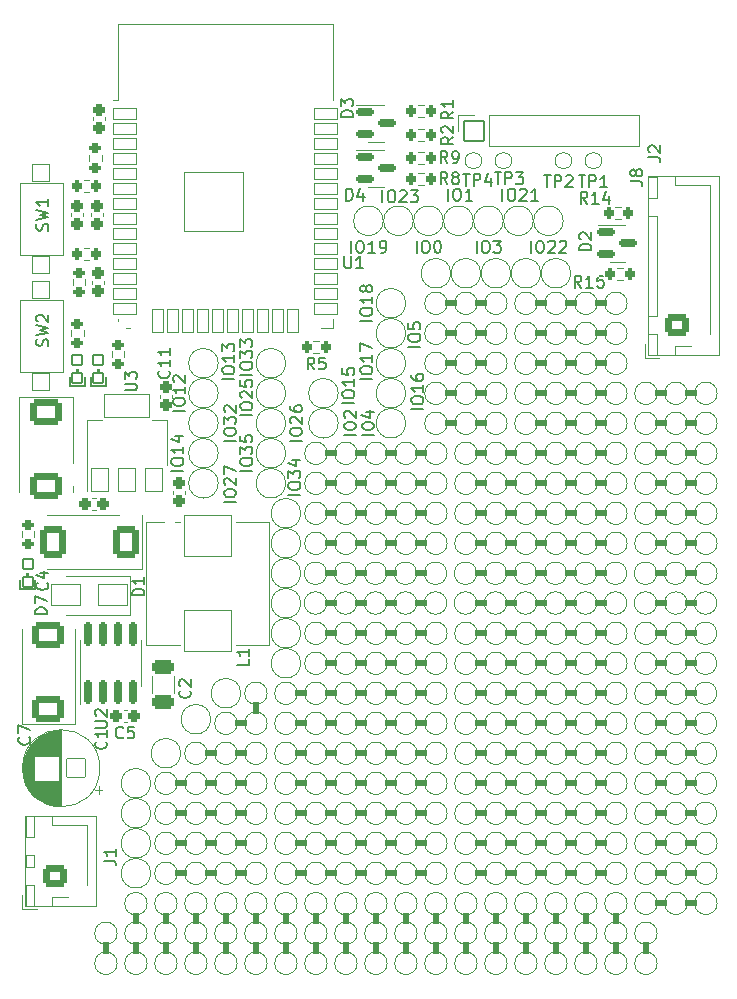
<source format=gbr>
%TF.GenerationSoftware,KiCad,Pcbnew,(6.0.1)*%
%TF.CreationDate,2023-01-01T21:05:58-08:00*%
%TF.ProjectId,ESP32 Protoboard - Small R1,45535033-3220-4507-926f-746f626f6172,rev?*%
%TF.SameCoordinates,Original*%
%TF.FileFunction,Legend,Top*%
%TF.FilePolarity,Positive*%
%FSLAX46Y46*%
G04 Gerber Fmt 4.6, Leading zero omitted, Abs format (unit mm)*
G04 Created by KiCad (PCBNEW (6.0.1)) date 2023-01-01 21:05:58*
%MOMM*%
%LPD*%
G01*
G04 APERTURE LIST*
G04 Aperture macros list*
%AMRoundRect*
0 Rectangle with rounded corners*
0 $1 Rounding radius*
0 $2 $3 $4 $5 $6 $7 $8 $9 X,Y pos of 4 corners*
0 Add a 4 corners polygon primitive as box body*
4,1,4,$2,$3,$4,$5,$6,$7,$8,$9,$2,$3,0*
0 Add four circle primitives for the rounded corners*
1,1,$1+$1,$2,$3*
1,1,$1+$1,$4,$5*
1,1,$1+$1,$6,$7*
1,1,$1+$1,$8,$9*
0 Add four rect primitives between the rounded corners*
20,1,$1+$1,$2,$3,$4,$5,0*
20,1,$1+$1,$4,$5,$6,$7,0*
20,1,$1+$1,$6,$7,$8,$9,0*
20,1,$1+$1,$8,$9,$2,$3,0*%
G04 Aperture macros list end*
%ADD10C,0.508000*%
%ADD11C,0.150000*%
%ADD12C,0.120000*%
%ADD13RoundRect,0.101600X0.400000X0.400000X-0.400000X0.400000X-0.400000X-0.400000X0.400000X-0.400000X0*%
%ADD14RoundRect,0.250000X0.275000X-0.200000X0.275000X0.200000X-0.275000X0.200000X-0.275000X-0.200000X0*%
%ADD15RoundRect,0.250000X0.200000X0.275000X-0.200000X0.275000X-0.200000X-0.275000X0.200000X-0.275000X0*%
%ADD16RoundRect,0.050000X-0.750000X0.750000X-0.750000X-0.750000X0.750000X-0.750000X0.750000X0.750000X0*%
%ADD17RoundRect,0.250000X-0.275000X0.200000X-0.275000X-0.200000X0.275000X-0.200000X0.275000X0.200000X0*%
%ADD18RoundRect,0.275000X0.225000X0.250000X-0.225000X0.250000X-0.225000X-0.250000X0.225000X-0.250000X0*%
%ADD19RoundRect,0.275000X0.250000X-0.225000X0.250000X0.225000X-0.250000X0.225000X-0.250000X-0.225000X0*%
%ADD20RoundRect,0.300000X0.650000X-0.325000X0.650000X0.325000X-0.650000X0.325000X-0.650000X-0.325000X0*%
%ADD21C,0.900000*%
%ADD22C,5.100000*%
%ADD23RoundRect,0.050000X0.800000X0.800000X-0.800000X0.800000X-0.800000X-0.800000X0.800000X-0.800000X0*%
%ADD24C,1.700000*%
%ADD25RoundRect,0.200000X0.150000X-0.825000X0.150000X0.825000X-0.150000X0.825000X-0.150000X-0.825000X0*%
%ADD26RoundRect,0.300000X0.787500X1.025000X-0.787500X1.025000X-0.787500X-1.025000X0.787500X-1.025000X0*%
%ADD27RoundRect,0.300000X1.025000X-0.787500X1.025000X0.787500X-1.025000X0.787500X-1.025000X-0.787500X0*%
%ADD28RoundRect,0.300000X-1.025000X0.787500X-1.025000X-0.787500X1.025000X-0.787500X1.025000X0.787500X0*%
%ADD29RoundRect,0.275000X-0.250000X0.225000X-0.250000X-0.225000X0.250000X-0.225000X0.250000X0.225000X0*%
%ADD30RoundRect,0.050000X0.750000X-1.000000X0.750000X1.000000X-0.750000X1.000000X-0.750000X-1.000000X0*%
%ADD31RoundRect,0.050000X1.900000X-1.000000X1.900000X1.000000X-1.900000X1.000000X-1.900000X-1.000000X0*%
%ADD32RoundRect,0.250000X-0.200000X-0.275000X0.200000X-0.275000X0.200000X0.275000X-0.200000X0.275000X0*%
%ADD33RoundRect,0.050000X1.250000X0.900000X-1.250000X0.900000X-1.250000X-0.900000X1.250000X-0.900000X0*%
%ADD34RoundRect,0.050000X-1.000000X-0.450000X1.000000X-0.450000X1.000000X0.450000X-1.000000X0.450000X0*%
%ADD35RoundRect,0.050000X0.450000X-1.000000X0.450000X1.000000X-0.450000X1.000000X-0.450000X-1.000000X0*%
%ADD36RoundRect,0.050000X-2.500000X-2.500000X2.500000X-2.500000X2.500000X2.500000X-2.500000X2.500000X0*%
%ADD37RoundRect,0.050000X2.000000X-1.750000X2.000000X1.750000X-2.000000X1.750000X-2.000000X-1.750000X0*%
%ADD38C,1.100000*%
%ADD39C,1.300000*%
%ADD40RoundRect,0.300000X0.750000X-0.600000X0.750000X0.600000X-0.750000X0.600000X-0.750000X-0.600000X0*%
%ADD41O,2.100000X1.800000*%
%ADD42RoundRect,0.300000X0.725000X-0.600000X0.725000X0.600000X-0.725000X0.600000X-0.725000X-0.600000X0*%
%ADD43O,2.050000X1.800000*%
%ADD44C,1.600000*%
%ADD45C,2.100000*%
%ADD46RoundRect,0.050000X0.850000X-0.850000X0.850000X0.850000X-0.850000X0.850000X-0.850000X-0.850000X0*%
%ADD47O,1.800000X1.800000*%
%ADD48RoundRect,0.200000X-0.587500X-0.150000X0.587500X-0.150000X0.587500X0.150000X-0.587500X0.150000X0*%
%ADD49C,1.900000*%
G04 APERTURE END LIST*
D10*
X58387310Y-60960000D02*
X53307310Y-60960000D01*
X50800000Y-27940000D02*
X43180000Y-27940000D01*
X35560000Y-45720000D02*
X25400000Y-45720000D01*
X38100000Y-73660000D02*
X38100000Y-68580000D01*
X53340000Y-73660000D02*
X53340000Y-71120000D01*
X50800000Y-17780000D02*
X43180000Y-17780000D01*
X20359927Y-50760073D02*
X20359927Y-53340000D01*
X35560000Y-60960000D02*
X22860000Y-60960000D01*
X58420000Y-40640000D02*
X53340000Y-40640000D01*
X43180000Y-73660000D02*
X43180000Y-68580000D01*
X40640000Y-17780000D02*
X35520073Y-17780000D01*
X58420000Y-27940000D02*
X53340000Y-27940000D01*
X40640000Y-25400000D02*
X35520073Y-25400000D01*
X50800000Y-63500000D02*
X38100000Y-63500000D01*
X7620000Y-73660000D02*
X7620000Y-71120000D01*
X40640000Y-27940000D02*
X35520073Y-27940000D01*
X35560000Y-53340000D02*
X22860000Y-53340000D01*
X35560000Y-73660000D02*
X35560000Y-68580000D01*
X17780000Y-73660000D02*
X17780000Y-68580000D01*
X35560000Y-35560000D02*
X25400000Y-35560000D01*
X35560000Y-58420000D02*
X22860000Y-58420000D01*
X58420000Y-68580000D02*
X53340000Y-68580000D01*
X30480000Y-73660000D02*
X30480000Y-68580000D01*
X50800000Y-38100000D02*
X38100000Y-38100000D01*
X50767310Y-43159141D02*
X38067310Y-43159141D01*
X58420000Y-25400000D02*
X53340000Y-25400000D01*
X58420000Y-33020000D02*
X53340000Y-33020000D01*
X35560000Y-48260000D02*
X25400000Y-48260000D01*
X50800000Y-60960000D02*
X38100000Y-60960000D01*
X58420000Y-63500000D02*
X53340000Y-63500000D01*
X58387310Y-43159141D02*
X53307310Y-43159141D01*
X25400000Y-73660000D02*
X25400000Y-68580000D01*
X35560000Y-50800000D02*
X22860000Y-50800000D01*
X35560000Y-33020000D02*
X25400000Y-33020000D01*
X20320000Y-60960000D02*
X12700000Y-60960000D01*
X12700000Y-73660000D02*
X12700000Y-68580000D01*
X33020000Y-73660000D02*
X33020000Y-68580000D01*
X20320000Y-58420000D02*
X12700000Y-58420000D01*
X58387310Y-45720000D02*
X53307310Y-45720000D01*
X50800000Y-55880000D02*
X38100000Y-55880000D01*
X35560000Y-38100000D02*
X25400000Y-38100000D01*
X58420000Y-66040000D02*
X53340000Y-66040000D01*
X50800000Y-66040000D02*
X38100000Y-66040000D01*
X20359927Y-55880000D02*
X15240000Y-55880000D01*
X50800000Y-45720000D02*
X38100000Y-45720000D01*
X58420000Y-38100000D02*
X53340000Y-38100000D01*
X58420000Y-35560000D02*
X53340000Y-35560000D01*
X22860000Y-73660000D02*
X22860000Y-68580000D01*
X58387310Y-50800000D02*
X53307310Y-50800000D01*
X50800000Y-25400000D02*
X43180000Y-25400000D01*
X58387310Y-48260000D02*
X53307310Y-48260000D01*
X50800000Y-20320000D02*
X43180000Y-20320000D01*
X58387310Y-53340000D02*
X53307310Y-53340000D01*
X20320000Y-63500000D02*
X12700000Y-63500000D01*
X58387310Y-55880000D02*
X53307310Y-55880000D01*
X58387310Y-58420000D02*
X53307310Y-58420000D01*
X40640000Y-20320000D02*
X35520073Y-20320000D01*
X20320000Y-73660000D02*
X20320000Y-68580000D01*
X50800000Y-58420000D02*
X38100000Y-58420000D01*
X45720000Y-73660000D02*
X45720000Y-68580000D01*
X50800000Y-22860000D02*
X43180000Y-22860000D01*
X40640000Y-73660000D02*
X40640000Y-68580000D01*
X27940000Y-73660000D02*
X27940000Y-68580000D01*
X50800000Y-30480000D02*
X38100000Y-30480000D01*
X50767310Y-40640000D02*
X38067310Y-40640000D01*
X15240000Y-73660000D02*
X15240000Y-68580000D01*
X35560000Y-63500000D02*
X22860000Y-63500000D01*
X50800000Y-50800000D02*
X38100000Y-50800000D01*
X50800000Y-48260000D02*
X38100000Y-48260000D01*
X35527310Y-40640000D02*
X25367310Y-40640000D01*
X20359927Y-53340000D02*
X17780000Y-53340000D01*
X50800000Y-33020000D02*
X38100000Y-33020000D01*
X35560000Y-30480000D02*
X25400000Y-30480000D01*
X50800000Y-35560000D02*
X38100000Y-35560000D01*
X20320000Y-66040000D02*
X12700000Y-66040000D01*
X35527310Y-43159141D02*
X25367310Y-43159141D01*
X50800000Y-53340000D02*
X38100000Y-53340000D01*
X48260000Y-73660000D02*
X48260000Y-68580000D01*
X35560000Y-55880000D02*
X22860000Y-55880000D01*
X58420000Y-30480000D02*
X53340000Y-30480000D01*
X50800000Y-73660000D02*
X50800000Y-68580000D01*
X10160000Y-73660000D02*
X10160000Y-68580000D01*
X35560000Y-66040000D02*
X22860000Y-66040000D01*
X40640000Y-22860000D02*
X35520073Y-22860000D01*
D11*
%TO.C,R14*%
X48379142Y-9342380D02*
X48045809Y-8866190D01*
X47807714Y-9342380D02*
X47807714Y-8342380D01*
X48188666Y-8342380D01*
X48283904Y-8390000D01*
X48331523Y-8437619D01*
X48379142Y-8532857D01*
X48379142Y-8675714D01*
X48331523Y-8770952D01*
X48283904Y-8818571D01*
X48188666Y-8866190D01*
X47807714Y-8866190D01*
X49331523Y-9342380D02*
X48760095Y-9342380D01*
X49045809Y-9342380D02*
X49045809Y-8342380D01*
X48950571Y-8485238D01*
X48855333Y-8580476D01*
X48760095Y-8628095D01*
X50188666Y-8675714D02*
X50188666Y-9342380D01*
X49950571Y-8294761D02*
X49712476Y-9009047D01*
X50331523Y-9009047D01*
%TO.C,SW1*%
X2690761Y-11620333D02*
X2738380Y-11477476D01*
X2738380Y-11239380D01*
X2690761Y-11144142D01*
X2643142Y-11096523D01*
X2547904Y-11048904D01*
X2452666Y-11048904D01*
X2357428Y-11096523D01*
X2309809Y-11144142D01*
X2262190Y-11239380D01*
X2214571Y-11429857D01*
X2166952Y-11525095D01*
X2119333Y-11572714D01*
X2024095Y-11620333D01*
X1928857Y-11620333D01*
X1833619Y-11572714D01*
X1786000Y-11525095D01*
X1738380Y-11429857D01*
X1738380Y-11191761D01*
X1786000Y-11048904D01*
X1738380Y-10715571D02*
X2738380Y-10477476D01*
X2024095Y-10287000D01*
X2738380Y-10096523D01*
X1738380Y-9858428D01*
X2738380Y-8953666D02*
X2738380Y-9525095D01*
X2738380Y-9239380D02*
X1738380Y-9239380D01*
X1881238Y-9334619D01*
X1976476Y-9429857D01*
X2024095Y-9525095D01*
%TO.C,C11*%
X12930142Y-23502857D02*
X12977761Y-23550476D01*
X13025380Y-23693333D01*
X13025380Y-23788571D01*
X12977761Y-23931428D01*
X12882523Y-24026666D01*
X12787285Y-24074285D01*
X12596809Y-24121904D01*
X12453952Y-24121904D01*
X12263476Y-24074285D01*
X12168238Y-24026666D01*
X12073000Y-23931428D01*
X12025380Y-23788571D01*
X12025380Y-23693333D01*
X12073000Y-23550476D01*
X12120619Y-23502857D01*
X13025380Y-22550476D02*
X13025380Y-23121904D01*
X13025380Y-22836190D02*
X12025380Y-22836190D01*
X12168238Y-22931428D01*
X12263476Y-23026666D01*
X12311095Y-23121904D01*
X13025380Y-21598095D02*
X13025380Y-22169523D01*
X13025380Y-21883809D02*
X12025380Y-21883809D01*
X12168238Y-21979047D01*
X12263476Y-22074285D01*
X12311095Y-22169523D01*
%TO.C,C2*%
X14708142Y-50585666D02*
X14755761Y-50633285D01*
X14803380Y-50776142D01*
X14803380Y-50871380D01*
X14755761Y-51014238D01*
X14660523Y-51109476D01*
X14565285Y-51157095D01*
X14374809Y-51204714D01*
X14231952Y-51204714D01*
X14041476Y-51157095D01*
X13946238Y-51109476D01*
X13851000Y-51014238D01*
X13803380Y-50871380D01*
X13803380Y-50776142D01*
X13851000Y-50633285D01*
X13898619Y-50585666D01*
X13898619Y-50204714D02*
X13851000Y-50157095D01*
X13803380Y-50061857D01*
X13803380Y-49823761D01*
X13851000Y-49728523D01*
X13898619Y-49680904D01*
X13993857Y-49633285D01*
X14089095Y-49633285D01*
X14231952Y-49680904D01*
X14803380Y-50252333D01*
X14803380Y-49633285D01*
%TO.C,R15*%
X47871142Y-16454380D02*
X47537809Y-15978190D01*
X47299714Y-16454380D02*
X47299714Y-15454380D01*
X47680666Y-15454380D01*
X47775904Y-15502000D01*
X47823523Y-15549619D01*
X47871142Y-15644857D01*
X47871142Y-15787714D01*
X47823523Y-15882952D01*
X47775904Y-15930571D01*
X47680666Y-15978190D01*
X47299714Y-15978190D01*
X48823523Y-16454380D02*
X48252095Y-16454380D01*
X48537809Y-16454380D02*
X48537809Y-15454380D01*
X48442571Y-15597238D01*
X48347333Y-15692476D01*
X48252095Y-15740095D01*
X49728285Y-15454380D02*
X49252095Y-15454380D01*
X49204476Y-15930571D01*
X49252095Y-15882952D01*
X49347333Y-15835333D01*
X49585428Y-15835333D01*
X49680666Y-15882952D01*
X49728285Y-15930571D01*
X49775904Y-16025809D01*
X49775904Y-16263904D01*
X49728285Y-16359142D01*
X49680666Y-16406761D01*
X49585428Y-16454380D01*
X49347333Y-16454380D01*
X49252095Y-16406761D01*
X49204476Y-16359142D01*
%TO.C,R5*%
X25265333Y-23382380D02*
X24932000Y-22906190D01*
X24693904Y-23382380D02*
X24693904Y-22382380D01*
X25074857Y-22382380D01*
X25170095Y-22430000D01*
X25217714Y-22477619D01*
X25265333Y-22572857D01*
X25265333Y-22715714D01*
X25217714Y-22810952D01*
X25170095Y-22858571D01*
X25074857Y-22906190D01*
X24693904Y-22906190D01*
X26170095Y-22382380D02*
X25693904Y-22382380D01*
X25646285Y-22858571D01*
X25693904Y-22810952D01*
X25789142Y-22763333D01*
X26027238Y-22763333D01*
X26122476Y-22810952D01*
X26170095Y-22858571D01*
X26217714Y-22953809D01*
X26217714Y-23191904D01*
X26170095Y-23287142D01*
X26122476Y-23334761D01*
X26027238Y-23382380D01*
X25789142Y-23382380D01*
X25693904Y-23334761D01*
X25646285Y-23287142D01*
%TO.C,D7*%
X2619380Y-44102785D02*
X1619380Y-44102785D01*
X1619380Y-43864690D01*
X1667000Y-43721833D01*
X1762238Y-43626595D01*
X1857476Y-43578976D01*
X2047952Y-43531357D01*
X2190809Y-43531357D01*
X2381285Y-43578976D01*
X2476523Y-43626595D01*
X2571761Y-43721833D01*
X2619380Y-43864690D01*
X2619380Y-44102785D01*
X1619380Y-43198023D02*
X1619380Y-42531357D01*
X2619380Y-42959928D01*
%TO.C,C1*%
X7596142Y-54903666D02*
X7643761Y-54951285D01*
X7691380Y-55094142D01*
X7691380Y-55189380D01*
X7643761Y-55332238D01*
X7548523Y-55427476D01*
X7453285Y-55475095D01*
X7262809Y-55522714D01*
X7119952Y-55522714D01*
X6929476Y-55475095D01*
X6834238Y-55427476D01*
X6739000Y-55332238D01*
X6691380Y-55189380D01*
X6691380Y-55094142D01*
X6739000Y-54951285D01*
X6786619Y-54903666D01*
X7691380Y-53951285D02*
X7691380Y-54522714D01*
X7691380Y-54237000D02*
X6691380Y-54237000D01*
X6834238Y-54332238D01*
X6929476Y-54427476D01*
X6977095Y-54522714D01*
%TO.C,U2*%
X6691380Y-53720904D02*
X7500904Y-53720904D01*
X7596142Y-53673285D01*
X7643761Y-53625666D01*
X7691380Y-53530428D01*
X7691380Y-53339952D01*
X7643761Y-53244714D01*
X7596142Y-53197095D01*
X7500904Y-53149476D01*
X6691380Y-53149476D01*
X6786619Y-52720904D02*
X6739000Y-52673285D01*
X6691380Y-52578047D01*
X6691380Y-52339952D01*
X6739000Y-52244714D01*
X6786619Y-52197095D01*
X6881857Y-52149476D01*
X6977095Y-52149476D01*
X7119952Y-52197095D01*
X7691380Y-52768523D01*
X7691380Y-52149476D01*
%TO.C,SW2*%
X2690761Y-21399333D02*
X2738380Y-21256476D01*
X2738380Y-21018380D01*
X2690761Y-20923142D01*
X2643142Y-20875523D01*
X2547904Y-20827904D01*
X2452666Y-20827904D01*
X2357428Y-20875523D01*
X2309809Y-20923142D01*
X2262190Y-21018380D01*
X2214571Y-21208857D01*
X2166952Y-21304095D01*
X2119333Y-21351714D01*
X2024095Y-21399333D01*
X1928857Y-21399333D01*
X1833619Y-21351714D01*
X1786000Y-21304095D01*
X1738380Y-21208857D01*
X1738380Y-20970761D01*
X1786000Y-20827904D01*
X1738380Y-20494571D02*
X2738380Y-20256476D01*
X2024095Y-20066000D01*
X2738380Y-19875523D01*
X1738380Y-19637428D01*
X1833619Y-19304095D02*
X1786000Y-19256476D01*
X1738380Y-19161238D01*
X1738380Y-18923142D01*
X1786000Y-18827904D01*
X1833619Y-18780285D01*
X1928857Y-18732666D01*
X2024095Y-18732666D01*
X2166952Y-18780285D01*
X2738380Y-19351714D01*
X2738380Y-18732666D01*
%TO.C,C4*%
X2643142Y-41441666D02*
X2690761Y-41489285D01*
X2738380Y-41632142D01*
X2738380Y-41727380D01*
X2690761Y-41870238D01*
X2595523Y-41965476D01*
X2500285Y-42013095D01*
X2309809Y-42060714D01*
X2166952Y-42060714D01*
X1976476Y-42013095D01*
X1881238Y-41965476D01*
X1786000Y-41870238D01*
X1738380Y-41727380D01*
X1738380Y-41632142D01*
X1786000Y-41489285D01*
X1833619Y-41441666D01*
X2071714Y-40584523D02*
X2738380Y-40584523D01*
X1690761Y-40822619D02*
X2405047Y-41060714D01*
X2405047Y-40441666D01*
%TO.C,C7*%
X1119142Y-54522666D02*
X1166761Y-54570285D01*
X1214380Y-54713142D01*
X1214380Y-54808380D01*
X1166761Y-54951238D01*
X1071523Y-55046476D01*
X976285Y-55094095D01*
X785809Y-55141714D01*
X642952Y-55141714D01*
X452476Y-55094095D01*
X357238Y-55046476D01*
X261999Y-54951238D01*
X214380Y-54808380D01*
X214380Y-54713142D01*
X262000Y-54570285D01*
X309619Y-54522666D01*
X214380Y-54189333D02*
X214380Y-53522666D01*
X1214380Y-53951238D01*
%TO.C,U3*%
X9231380Y-25145904D02*
X10040904Y-25145904D01*
X10136142Y-25098285D01*
X10183761Y-25050666D01*
X10231380Y-24955428D01*
X10231380Y-24764952D01*
X10183761Y-24669714D01*
X10136142Y-24622095D01*
X10040904Y-24574476D01*
X9231380Y-24574476D01*
X9231380Y-24193523D02*
X9231380Y-23574476D01*
X9612333Y-23907809D01*
X9612333Y-23764952D01*
X9659952Y-23669714D01*
X9707571Y-23622095D01*
X9802809Y-23574476D01*
X10040904Y-23574476D01*
X10136142Y-23622095D01*
X10183761Y-23669714D01*
X10231380Y-23764952D01*
X10231380Y-24050666D01*
X10183761Y-24145904D01*
X10136142Y-24193523D01*
%TO.C,C5*%
X9084333Y-54529142D02*
X9036714Y-54576761D01*
X8893857Y-54624380D01*
X8798619Y-54624380D01*
X8655761Y-54576761D01*
X8560523Y-54481523D01*
X8512904Y-54386285D01*
X8465285Y-54195809D01*
X8465285Y-54052952D01*
X8512904Y-53862476D01*
X8560523Y-53767238D01*
X8655761Y-53672000D01*
X8798619Y-53624380D01*
X8893857Y-53624380D01*
X9036714Y-53672000D01*
X9084333Y-53719619D01*
X9989095Y-53624380D02*
X9512904Y-53624380D01*
X9465285Y-54100571D01*
X9512904Y-54052952D01*
X9608142Y-54005333D01*
X9846238Y-54005333D01*
X9941476Y-54052952D01*
X9989095Y-54100571D01*
X10036714Y-54195809D01*
X10036714Y-54433904D01*
X9989095Y-54529142D01*
X9941476Y-54576761D01*
X9846238Y-54624380D01*
X9608142Y-54624380D01*
X9512904Y-54576761D01*
X9465285Y-54529142D01*
%TO.C,D1*%
X10866380Y-42521095D02*
X9866380Y-42521095D01*
X9866380Y-42283000D01*
X9914000Y-42140142D01*
X10009238Y-42044904D01*
X10104476Y-41997285D01*
X10294952Y-41949666D01*
X10437809Y-41949666D01*
X10628285Y-41997285D01*
X10723523Y-42044904D01*
X10818761Y-42140142D01*
X10866380Y-42283000D01*
X10866380Y-42521095D01*
X10866380Y-40997285D02*
X10866380Y-41568714D01*
X10866380Y-41283000D02*
X9866380Y-41283000D01*
X10009238Y-41378238D01*
X10104476Y-41473476D01*
X10152095Y-41568714D01*
%TO.C,U1*%
X27813095Y-13803380D02*
X27813095Y-14612904D01*
X27860714Y-14708142D01*
X27908333Y-14755761D01*
X28003571Y-14803380D01*
X28194047Y-14803380D01*
X28289285Y-14755761D01*
X28336904Y-14708142D01*
X28384523Y-14612904D01*
X28384523Y-13803380D01*
X29384523Y-14803380D02*
X28813095Y-14803380D01*
X29098809Y-14803380D02*
X29098809Y-13803380D01*
X29003571Y-13946238D01*
X28908333Y-14041476D01*
X28813095Y-14089095D01*
%TO.C,L1*%
X19703380Y-47908666D02*
X19703380Y-48384857D01*
X18703380Y-48384857D01*
X19703380Y-47051523D02*
X19703380Y-47622952D01*
X19703380Y-47337238D02*
X18703380Y-47337238D01*
X18846238Y-47432476D01*
X18941476Y-47527714D01*
X18989095Y-47622952D01*
%TO.C,R2*%
X37028380Y-3722666D02*
X36552190Y-4056000D01*
X37028380Y-4294095D02*
X36028380Y-4294095D01*
X36028380Y-3913142D01*
X36076000Y-3817904D01*
X36123619Y-3770285D01*
X36218857Y-3722666D01*
X36361714Y-3722666D01*
X36456952Y-3770285D01*
X36504571Y-3817904D01*
X36552190Y-3913142D01*
X36552190Y-4294095D01*
X36123619Y-3341714D02*
X36076000Y-3294095D01*
X36028380Y-3198857D01*
X36028380Y-2960761D01*
X36076000Y-2865523D01*
X36123619Y-2817904D01*
X36218857Y-2770285D01*
X36314095Y-2770285D01*
X36456952Y-2817904D01*
X37028380Y-3389333D01*
X37028380Y-2770285D01*
%TO.C,TP1*%
X47633095Y-6945380D02*
X48204523Y-6945380D01*
X47918809Y-7945380D02*
X47918809Y-6945380D01*
X48537857Y-7945380D02*
X48537857Y-6945380D01*
X48918809Y-6945380D01*
X49014047Y-6993000D01*
X49061666Y-7040619D01*
X49109285Y-7135857D01*
X49109285Y-7278714D01*
X49061666Y-7373952D01*
X49014047Y-7421571D01*
X48918809Y-7469190D01*
X48537857Y-7469190D01*
X50061666Y-7945380D02*
X49490238Y-7945380D01*
X49775952Y-7945380D02*
X49775952Y-6945380D01*
X49680714Y-7088238D01*
X49585476Y-7183476D01*
X49490238Y-7231095D01*
%TO.C,TP2*%
X44712095Y-6945380D02*
X45283523Y-6945380D01*
X44997809Y-7945380D02*
X44997809Y-6945380D01*
X45616857Y-7945380D02*
X45616857Y-6945380D01*
X45997809Y-6945380D01*
X46093047Y-6993000D01*
X46140666Y-7040619D01*
X46188285Y-7135857D01*
X46188285Y-7278714D01*
X46140666Y-7373952D01*
X46093047Y-7421571D01*
X45997809Y-7469190D01*
X45616857Y-7469190D01*
X46569238Y-7040619D02*
X46616857Y-6993000D01*
X46712095Y-6945380D01*
X46950190Y-6945380D01*
X47045428Y-6993000D01*
X47093047Y-7040619D01*
X47140666Y-7135857D01*
X47140666Y-7231095D01*
X47093047Y-7373952D01*
X46521619Y-7945380D01*
X47140666Y-7945380D01*
%TO.C,TP3*%
X40521095Y-6691380D02*
X41092523Y-6691380D01*
X40806809Y-7691380D02*
X40806809Y-6691380D01*
X41425857Y-7691380D02*
X41425857Y-6691380D01*
X41806809Y-6691380D01*
X41902047Y-6739000D01*
X41949666Y-6786619D01*
X41997285Y-6881857D01*
X41997285Y-7024714D01*
X41949666Y-7119952D01*
X41902047Y-7167571D01*
X41806809Y-7215190D01*
X41425857Y-7215190D01*
X42330619Y-6691380D02*
X42949666Y-6691380D01*
X42616333Y-7072333D01*
X42759190Y-7072333D01*
X42854428Y-7119952D01*
X42902047Y-7167571D01*
X42949666Y-7262809D01*
X42949666Y-7500904D01*
X42902047Y-7596142D01*
X42854428Y-7643761D01*
X42759190Y-7691380D01*
X42473476Y-7691380D01*
X42378238Y-7643761D01*
X42330619Y-7596142D01*
%TO.C,TP4*%
X37854095Y-6818380D02*
X38425523Y-6818380D01*
X38139809Y-7818380D02*
X38139809Y-6818380D01*
X38758857Y-7818380D02*
X38758857Y-6818380D01*
X39139809Y-6818380D01*
X39235047Y-6866000D01*
X39282666Y-6913619D01*
X39330285Y-7008857D01*
X39330285Y-7151714D01*
X39282666Y-7246952D01*
X39235047Y-7294571D01*
X39139809Y-7342190D01*
X38758857Y-7342190D01*
X40187428Y-7151714D02*
X40187428Y-7818380D01*
X39949333Y-6770761D02*
X39711238Y-7485047D01*
X40330285Y-7485047D01*
%TO.C,J1*%
X7453380Y-64976333D02*
X8167666Y-64976333D01*
X8310523Y-65023952D01*
X8405761Y-65119190D01*
X8453380Y-65262047D01*
X8453380Y-65357285D01*
X8453380Y-63976333D02*
X8453380Y-64547761D01*
X8453380Y-64262047D02*
X7453380Y-64262047D01*
X7596238Y-64357285D01*
X7691476Y-64452523D01*
X7739095Y-64547761D01*
%TO.C,J8*%
X52030380Y-7445333D02*
X52744666Y-7445333D01*
X52887523Y-7492952D01*
X52982761Y-7588190D01*
X53030380Y-7731047D01*
X53030380Y-7826285D01*
X52458952Y-6826285D02*
X52411333Y-6921523D01*
X52363714Y-6969142D01*
X52268476Y-7016761D01*
X52220857Y-7016761D01*
X52125619Y-6969142D01*
X52078000Y-6921523D01*
X52030380Y-6826285D01*
X52030380Y-6635809D01*
X52078000Y-6540571D01*
X52125619Y-6492952D01*
X52220857Y-6445333D01*
X52268476Y-6445333D01*
X52363714Y-6492952D01*
X52411333Y-6540571D01*
X52458952Y-6635809D01*
X52458952Y-6826285D01*
X52506571Y-6921523D01*
X52554190Y-6969142D01*
X52649428Y-7016761D01*
X52839904Y-7016761D01*
X52935142Y-6969142D01*
X52982761Y-6921523D01*
X53030380Y-6826285D01*
X53030380Y-6635809D01*
X52982761Y-6540571D01*
X52935142Y-6492952D01*
X52839904Y-6445333D01*
X52649428Y-6445333D01*
X52554190Y-6492952D01*
X52506571Y-6540571D01*
X52458952Y-6635809D01*
%TO.C,IO21*%
X41195809Y-9088380D02*
X41195809Y-8088380D01*
X41862476Y-8088380D02*
X42052952Y-8088380D01*
X42148190Y-8136000D01*
X42243428Y-8231238D01*
X42291047Y-8421714D01*
X42291047Y-8755047D01*
X42243428Y-8945523D01*
X42148190Y-9040761D01*
X42052952Y-9088380D01*
X41862476Y-9088380D01*
X41767238Y-9040761D01*
X41672000Y-8945523D01*
X41624380Y-8755047D01*
X41624380Y-8421714D01*
X41672000Y-8231238D01*
X41767238Y-8136000D01*
X41862476Y-8088380D01*
X42672000Y-8183619D02*
X42719619Y-8136000D01*
X42814857Y-8088380D01*
X43052952Y-8088380D01*
X43148190Y-8136000D01*
X43195809Y-8183619D01*
X43243428Y-8278857D01*
X43243428Y-8374095D01*
X43195809Y-8516952D01*
X42624380Y-9088380D01*
X43243428Y-9088380D01*
X44195809Y-9088380D02*
X43624380Y-9088380D01*
X43910095Y-9088380D02*
X43910095Y-8088380D01*
X43814857Y-8231238D01*
X43719619Y-8326476D01*
X43624380Y-8374095D01*
%TO.C,IO17*%
X30170380Y-24209190D02*
X29170380Y-24209190D01*
X29170380Y-23542523D02*
X29170380Y-23352047D01*
X29218000Y-23256809D01*
X29313238Y-23161571D01*
X29503714Y-23113952D01*
X29837047Y-23113952D01*
X30027523Y-23161571D01*
X30122761Y-23256809D01*
X30170380Y-23352047D01*
X30170380Y-23542523D01*
X30122761Y-23637761D01*
X30027523Y-23733000D01*
X29837047Y-23780619D01*
X29503714Y-23780619D01*
X29313238Y-23733000D01*
X29218000Y-23637761D01*
X29170380Y-23542523D01*
X30170380Y-22161571D02*
X30170380Y-22733000D01*
X30170380Y-22447285D02*
X29170380Y-22447285D01*
X29313238Y-22542523D01*
X29408476Y-22637761D01*
X29456095Y-22733000D01*
X29170380Y-21828238D02*
X29170380Y-21161571D01*
X30170380Y-21590142D01*
%TO.C,IO14*%
X14168380Y-31956190D02*
X13168380Y-31956190D01*
X13168380Y-31289523D02*
X13168380Y-31099047D01*
X13216000Y-31003809D01*
X13311238Y-30908571D01*
X13501714Y-30860952D01*
X13835047Y-30860952D01*
X14025523Y-30908571D01*
X14120761Y-31003809D01*
X14168380Y-31099047D01*
X14168380Y-31289523D01*
X14120761Y-31384761D01*
X14025523Y-31480000D01*
X13835047Y-31527619D01*
X13501714Y-31527619D01*
X13311238Y-31480000D01*
X13216000Y-31384761D01*
X13168380Y-31289523D01*
X14168380Y-29908571D02*
X14168380Y-30480000D01*
X14168380Y-30194285D02*
X13168380Y-30194285D01*
X13311238Y-30289523D01*
X13406476Y-30384761D01*
X13454095Y-30480000D01*
X13501714Y-29051428D02*
X14168380Y-29051428D01*
X13120761Y-29289523D02*
X13835047Y-29527619D01*
X13835047Y-28908571D01*
%TO.C,IO18*%
X30170380Y-19256190D02*
X29170380Y-19256190D01*
X29170380Y-18589523D02*
X29170380Y-18399047D01*
X29218000Y-18303809D01*
X29313238Y-18208571D01*
X29503714Y-18160952D01*
X29837047Y-18160952D01*
X30027523Y-18208571D01*
X30122761Y-18303809D01*
X30170380Y-18399047D01*
X30170380Y-18589523D01*
X30122761Y-18684761D01*
X30027523Y-18780000D01*
X29837047Y-18827619D01*
X29503714Y-18827619D01*
X29313238Y-18780000D01*
X29218000Y-18684761D01*
X29170380Y-18589523D01*
X30170380Y-17208571D02*
X30170380Y-17780000D01*
X30170380Y-17494285D02*
X29170380Y-17494285D01*
X29313238Y-17589523D01*
X29408476Y-17684761D01*
X29456095Y-17780000D01*
X29598952Y-16637142D02*
X29551333Y-16732380D01*
X29503714Y-16780000D01*
X29408476Y-16827619D01*
X29360857Y-16827619D01*
X29265619Y-16780000D01*
X29218000Y-16732380D01*
X29170380Y-16637142D01*
X29170380Y-16446666D01*
X29218000Y-16351428D01*
X29265619Y-16303809D01*
X29360857Y-16256190D01*
X29408476Y-16256190D01*
X29503714Y-16303809D01*
X29551333Y-16351428D01*
X29598952Y-16446666D01*
X29598952Y-16637142D01*
X29646571Y-16732380D01*
X29694190Y-16780000D01*
X29789428Y-16827619D01*
X29979904Y-16827619D01*
X30075142Y-16780000D01*
X30122761Y-16732380D01*
X30170380Y-16637142D01*
X30170380Y-16446666D01*
X30122761Y-16351428D01*
X30075142Y-16303809D01*
X29979904Y-16256190D01*
X29789428Y-16256190D01*
X29694190Y-16303809D01*
X29646571Y-16351428D01*
X29598952Y-16446666D01*
%TO.C,IO16*%
X34488380Y-26749190D02*
X33488380Y-26749190D01*
X33488380Y-26082523D02*
X33488380Y-25892047D01*
X33536000Y-25796809D01*
X33631238Y-25701571D01*
X33821714Y-25653952D01*
X34155047Y-25653952D01*
X34345523Y-25701571D01*
X34440761Y-25796809D01*
X34488380Y-25892047D01*
X34488380Y-26082523D01*
X34440761Y-26177761D01*
X34345523Y-26273000D01*
X34155047Y-26320619D01*
X33821714Y-26320619D01*
X33631238Y-26273000D01*
X33536000Y-26177761D01*
X33488380Y-26082523D01*
X34488380Y-24701571D02*
X34488380Y-25273000D01*
X34488380Y-24987285D02*
X33488380Y-24987285D01*
X33631238Y-25082523D01*
X33726476Y-25177761D01*
X33774095Y-25273000D01*
X33488380Y-23844428D02*
X33488380Y-24034904D01*
X33536000Y-24130142D01*
X33583619Y-24177761D01*
X33726476Y-24273000D01*
X33916952Y-24320619D01*
X34297904Y-24320619D01*
X34393142Y-24273000D01*
X34440761Y-24225380D01*
X34488380Y-24130142D01*
X34488380Y-23939666D01*
X34440761Y-23844428D01*
X34393142Y-23796809D01*
X34297904Y-23749190D01*
X34059809Y-23749190D01*
X33964571Y-23796809D01*
X33916952Y-23844428D01*
X33869333Y-23939666D01*
X33869333Y-24130142D01*
X33916952Y-24225380D01*
X33964571Y-24273000D01*
X34059809Y-24320619D01*
%TO.C,IO22*%
X43608809Y-13497380D02*
X43608809Y-12497380D01*
X44275476Y-12497380D02*
X44465952Y-12497380D01*
X44561190Y-12545000D01*
X44656428Y-12640238D01*
X44704047Y-12830714D01*
X44704047Y-13164047D01*
X44656428Y-13354523D01*
X44561190Y-13449761D01*
X44465952Y-13497380D01*
X44275476Y-13497380D01*
X44180238Y-13449761D01*
X44085000Y-13354523D01*
X44037380Y-13164047D01*
X44037380Y-12830714D01*
X44085000Y-12640238D01*
X44180238Y-12545000D01*
X44275476Y-12497380D01*
X45085000Y-12592619D02*
X45132619Y-12545000D01*
X45227857Y-12497380D01*
X45465952Y-12497380D01*
X45561190Y-12545000D01*
X45608809Y-12592619D01*
X45656428Y-12687857D01*
X45656428Y-12783095D01*
X45608809Y-12925952D01*
X45037380Y-13497380D01*
X45656428Y-13497380D01*
X46037380Y-12592619D02*
X46085000Y-12545000D01*
X46180238Y-12497380D01*
X46418333Y-12497380D01*
X46513571Y-12545000D01*
X46561190Y-12592619D01*
X46608809Y-12687857D01*
X46608809Y-12783095D01*
X46561190Y-12925952D01*
X45989761Y-13497380D01*
X46608809Y-13497380D01*
%TO.C,IO5*%
X34234380Y-21447000D02*
X33234380Y-21447000D01*
X33234380Y-20780333D02*
X33234380Y-20589857D01*
X33282000Y-20494619D01*
X33377238Y-20399380D01*
X33567714Y-20351761D01*
X33901047Y-20351761D01*
X34091523Y-20399380D01*
X34186761Y-20494619D01*
X34234380Y-20589857D01*
X34234380Y-20780333D01*
X34186761Y-20875571D01*
X34091523Y-20970809D01*
X33901047Y-21018428D01*
X33567714Y-21018428D01*
X33377238Y-20970809D01*
X33282000Y-20875571D01*
X33234380Y-20780333D01*
X33234380Y-19447000D02*
X33234380Y-19923190D01*
X33710571Y-19970809D01*
X33662952Y-19923190D01*
X33615333Y-19827952D01*
X33615333Y-19589857D01*
X33662952Y-19494619D01*
X33710571Y-19447000D01*
X33805809Y-19399380D01*
X34043904Y-19399380D01*
X34139142Y-19447000D01*
X34186761Y-19494619D01*
X34234380Y-19589857D01*
X34234380Y-19827952D01*
X34186761Y-19923190D01*
X34139142Y-19970809D01*
%TO.C,IO27*%
X18613380Y-34623190D02*
X17613380Y-34623190D01*
X17613380Y-33956523D02*
X17613380Y-33766047D01*
X17661000Y-33670809D01*
X17756238Y-33575571D01*
X17946714Y-33527952D01*
X18280047Y-33527952D01*
X18470523Y-33575571D01*
X18565761Y-33670809D01*
X18613380Y-33766047D01*
X18613380Y-33956523D01*
X18565761Y-34051761D01*
X18470523Y-34147000D01*
X18280047Y-34194619D01*
X17946714Y-34194619D01*
X17756238Y-34147000D01*
X17661000Y-34051761D01*
X17613380Y-33956523D01*
X17708619Y-33147000D02*
X17661000Y-33099380D01*
X17613380Y-33004142D01*
X17613380Y-32766047D01*
X17661000Y-32670809D01*
X17708619Y-32623190D01*
X17803857Y-32575571D01*
X17899095Y-32575571D01*
X18041952Y-32623190D01*
X18613380Y-33194619D01*
X18613380Y-32575571D01*
X17613380Y-32242238D02*
X17613380Y-31575571D01*
X18613380Y-32004142D01*
%TO.C,IO33*%
X20010380Y-23828190D02*
X19010380Y-23828190D01*
X19010380Y-23161523D02*
X19010380Y-22971047D01*
X19058000Y-22875809D01*
X19153238Y-22780571D01*
X19343714Y-22732952D01*
X19677047Y-22732952D01*
X19867523Y-22780571D01*
X19962761Y-22875809D01*
X20010380Y-22971047D01*
X20010380Y-23161523D01*
X19962761Y-23256761D01*
X19867523Y-23352000D01*
X19677047Y-23399619D01*
X19343714Y-23399619D01*
X19153238Y-23352000D01*
X19058000Y-23256761D01*
X19010380Y-23161523D01*
X19010380Y-22399619D02*
X19010380Y-21780571D01*
X19391333Y-22113904D01*
X19391333Y-21971047D01*
X19438952Y-21875809D01*
X19486571Y-21828190D01*
X19581809Y-21780571D01*
X19819904Y-21780571D01*
X19915142Y-21828190D01*
X19962761Y-21875809D01*
X20010380Y-21971047D01*
X20010380Y-22256761D01*
X19962761Y-22352000D01*
X19915142Y-22399619D01*
X19010380Y-21447238D02*
X19010380Y-20828190D01*
X19391333Y-21161523D01*
X19391333Y-21018666D01*
X19438952Y-20923428D01*
X19486571Y-20875809D01*
X19581809Y-20828190D01*
X19819904Y-20828190D01*
X19915142Y-20875809D01*
X19962761Y-20923428D01*
X20010380Y-21018666D01*
X20010380Y-21304380D01*
X19962761Y-21399619D01*
X19915142Y-21447238D01*
%TO.C,IO32*%
X18613380Y-29416190D02*
X17613380Y-29416190D01*
X17613380Y-28749523D02*
X17613380Y-28559047D01*
X17661000Y-28463809D01*
X17756238Y-28368571D01*
X17946714Y-28320952D01*
X18280047Y-28320952D01*
X18470523Y-28368571D01*
X18565761Y-28463809D01*
X18613380Y-28559047D01*
X18613380Y-28749523D01*
X18565761Y-28844761D01*
X18470523Y-28940000D01*
X18280047Y-28987619D01*
X17946714Y-28987619D01*
X17756238Y-28940000D01*
X17661000Y-28844761D01*
X17613380Y-28749523D01*
X17613380Y-27987619D02*
X17613380Y-27368571D01*
X17994333Y-27701904D01*
X17994333Y-27559047D01*
X18041952Y-27463809D01*
X18089571Y-27416190D01*
X18184809Y-27368571D01*
X18422904Y-27368571D01*
X18518142Y-27416190D01*
X18565761Y-27463809D01*
X18613380Y-27559047D01*
X18613380Y-27844761D01*
X18565761Y-27940000D01*
X18518142Y-27987619D01*
X17708619Y-26987619D02*
X17661000Y-26940000D01*
X17613380Y-26844761D01*
X17613380Y-26606666D01*
X17661000Y-26511428D01*
X17708619Y-26463809D01*
X17803857Y-26416190D01*
X17899095Y-26416190D01*
X18041952Y-26463809D01*
X18613380Y-27035238D01*
X18613380Y-26416190D01*
%TO.C,J2*%
X53554380Y-5413333D02*
X54268666Y-5413333D01*
X54411523Y-5460952D01*
X54506761Y-5556190D01*
X54554380Y-5699047D01*
X54554380Y-5794285D01*
X53649619Y-4984761D02*
X53602000Y-4937142D01*
X53554380Y-4841904D01*
X53554380Y-4603809D01*
X53602000Y-4508571D01*
X53649619Y-4460952D01*
X53744857Y-4413333D01*
X53840095Y-4413333D01*
X53982952Y-4460952D01*
X54554380Y-5032380D01*
X54554380Y-4413333D01*
%TO.C,IO12*%
X14295380Y-26876190D02*
X13295380Y-26876190D01*
X13295380Y-26209523D02*
X13295380Y-26019047D01*
X13343000Y-25923809D01*
X13438238Y-25828571D01*
X13628714Y-25780952D01*
X13962047Y-25780952D01*
X14152523Y-25828571D01*
X14247761Y-25923809D01*
X14295380Y-26019047D01*
X14295380Y-26209523D01*
X14247761Y-26304761D01*
X14152523Y-26400000D01*
X13962047Y-26447619D01*
X13628714Y-26447619D01*
X13438238Y-26400000D01*
X13343000Y-26304761D01*
X13295380Y-26209523D01*
X14295380Y-24828571D02*
X14295380Y-25400000D01*
X14295380Y-25114285D02*
X13295380Y-25114285D01*
X13438238Y-25209523D01*
X13533476Y-25304761D01*
X13581095Y-25400000D01*
X13390619Y-24447619D02*
X13343000Y-24400000D01*
X13295380Y-24304761D01*
X13295380Y-24066666D01*
X13343000Y-23971428D01*
X13390619Y-23923809D01*
X13485857Y-23876190D01*
X13581095Y-23876190D01*
X13723952Y-23923809D01*
X14295380Y-24495238D01*
X14295380Y-23876190D01*
%TO.C,IO34*%
X24074380Y-33988190D02*
X23074380Y-33988190D01*
X23074380Y-33321523D02*
X23074380Y-33131047D01*
X23122000Y-33035809D01*
X23217238Y-32940571D01*
X23407714Y-32892952D01*
X23741047Y-32892952D01*
X23931523Y-32940571D01*
X24026761Y-33035809D01*
X24074380Y-33131047D01*
X24074380Y-33321523D01*
X24026761Y-33416761D01*
X23931523Y-33512000D01*
X23741047Y-33559619D01*
X23407714Y-33559619D01*
X23217238Y-33512000D01*
X23122000Y-33416761D01*
X23074380Y-33321523D01*
X23074380Y-32559619D02*
X23074380Y-31940571D01*
X23455333Y-32273904D01*
X23455333Y-32131047D01*
X23502952Y-32035809D01*
X23550571Y-31988190D01*
X23645809Y-31940571D01*
X23883904Y-31940571D01*
X23979142Y-31988190D01*
X24026761Y-32035809D01*
X24074380Y-32131047D01*
X24074380Y-32416761D01*
X24026761Y-32512000D01*
X23979142Y-32559619D01*
X23407714Y-31083428D02*
X24074380Y-31083428D01*
X23026761Y-31321523D02*
X23741047Y-31559619D01*
X23741047Y-30940571D01*
%TO.C,IO3*%
X39005000Y-13497380D02*
X39005000Y-12497380D01*
X39671666Y-12497380D02*
X39862142Y-12497380D01*
X39957380Y-12545000D01*
X40052619Y-12640238D01*
X40100238Y-12830714D01*
X40100238Y-13164047D01*
X40052619Y-13354523D01*
X39957380Y-13449761D01*
X39862142Y-13497380D01*
X39671666Y-13497380D01*
X39576428Y-13449761D01*
X39481190Y-13354523D01*
X39433571Y-13164047D01*
X39433571Y-12830714D01*
X39481190Y-12640238D01*
X39576428Y-12545000D01*
X39671666Y-12497380D01*
X40433571Y-12497380D02*
X41052619Y-12497380D01*
X40719285Y-12878333D01*
X40862142Y-12878333D01*
X40957380Y-12925952D01*
X41005000Y-12973571D01*
X41052619Y-13068809D01*
X41052619Y-13306904D01*
X41005000Y-13402142D01*
X40957380Y-13449761D01*
X40862142Y-13497380D01*
X40576428Y-13497380D01*
X40481190Y-13449761D01*
X40433571Y-13402142D01*
%TO.C,R1*%
X37028380Y-1563666D02*
X36552190Y-1897000D01*
X37028380Y-2135095D02*
X36028380Y-2135095D01*
X36028380Y-1754142D01*
X36076000Y-1658904D01*
X36123619Y-1611285D01*
X36218857Y-1563666D01*
X36361714Y-1563666D01*
X36456952Y-1611285D01*
X36504571Y-1658904D01*
X36552190Y-1754142D01*
X36552190Y-2135095D01*
X37028380Y-611285D02*
X37028380Y-1182714D01*
X37028380Y-897000D02*
X36028380Y-897000D01*
X36171238Y-992238D01*
X36266476Y-1087476D01*
X36314095Y-1182714D01*
%TO.C,IO4*%
X30297380Y-28940000D02*
X29297380Y-28940000D01*
X29297380Y-28273333D02*
X29297380Y-28082857D01*
X29345000Y-27987619D01*
X29440238Y-27892380D01*
X29630714Y-27844761D01*
X29964047Y-27844761D01*
X30154523Y-27892380D01*
X30249761Y-27987619D01*
X30297380Y-28082857D01*
X30297380Y-28273333D01*
X30249761Y-28368571D01*
X30154523Y-28463809D01*
X29964047Y-28511428D01*
X29630714Y-28511428D01*
X29440238Y-28463809D01*
X29345000Y-28368571D01*
X29297380Y-28273333D01*
X29630714Y-26987619D02*
X30297380Y-26987619D01*
X29249761Y-27225714D02*
X29964047Y-27463809D01*
X29964047Y-26844761D01*
%TO.C,IO2*%
X28773380Y-28940000D02*
X27773380Y-28940000D01*
X27773380Y-28273333D02*
X27773380Y-28082857D01*
X27821000Y-27987619D01*
X27916238Y-27892380D01*
X28106714Y-27844761D01*
X28440047Y-27844761D01*
X28630523Y-27892380D01*
X28725761Y-27987619D01*
X28773380Y-28082857D01*
X28773380Y-28273333D01*
X28725761Y-28368571D01*
X28630523Y-28463809D01*
X28440047Y-28511428D01*
X28106714Y-28511428D01*
X27916238Y-28463809D01*
X27821000Y-28368571D01*
X27773380Y-28273333D01*
X27868619Y-27463809D02*
X27821000Y-27416190D01*
X27773380Y-27320952D01*
X27773380Y-27082857D01*
X27821000Y-26987619D01*
X27868619Y-26940000D01*
X27963857Y-26892380D01*
X28059095Y-26892380D01*
X28201952Y-26940000D01*
X28773380Y-27511428D01*
X28773380Y-26892380D01*
%TO.C,IO35*%
X20010380Y-31956190D02*
X19010380Y-31956190D01*
X19010380Y-31289523D02*
X19010380Y-31099047D01*
X19058000Y-31003809D01*
X19153238Y-30908571D01*
X19343714Y-30860952D01*
X19677047Y-30860952D01*
X19867523Y-30908571D01*
X19962761Y-31003809D01*
X20010380Y-31099047D01*
X20010380Y-31289523D01*
X19962761Y-31384761D01*
X19867523Y-31480000D01*
X19677047Y-31527619D01*
X19343714Y-31527619D01*
X19153238Y-31480000D01*
X19058000Y-31384761D01*
X19010380Y-31289523D01*
X19010380Y-30527619D02*
X19010380Y-29908571D01*
X19391333Y-30241904D01*
X19391333Y-30099047D01*
X19438952Y-30003809D01*
X19486571Y-29956190D01*
X19581809Y-29908571D01*
X19819904Y-29908571D01*
X19915142Y-29956190D01*
X19962761Y-30003809D01*
X20010380Y-30099047D01*
X20010380Y-30384761D01*
X19962761Y-30480000D01*
X19915142Y-30527619D01*
X19010380Y-29003809D02*
X19010380Y-29480000D01*
X19486571Y-29527619D01*
X19438952Y-29480000D01*
X19391333Y-29384761D01*
X19391333Y-29146666D01*
X19438952Y-29051428D01*
X19486571Y-29003809D01*
X19581809Y-28956190D01*
X19819904Y-28956190D01*
X19915142Y-29003809D01*
X19962761Y-29051428D01*
X20010380Y-29146666D01*
X20010380Y-29384761D01*
X19962761Y-29480000D01*
X19915142Y-29527619D01*
%TO.C,IO23*%
X31035809Y-9215380D02*
X31035809Y-8215380D01*
X31702476Y-8215380D02*
X31892952Y-8215380D01*
X31988190Y-8263000D01*
X32083428Y-8358238D01*
X32131047Y-8548714D01*
X32131047Y-8882047D01*
X32083428Y-9072523D01*
X31988190Y-9167761D01*
X31892952Y-9215380D01*
X31702476Y-9215380D01*
X31607238Y-9167761D01*
X31512000Y-9072523D01*
X31464380Y-8882047D01*
X31464380Y-8548714D01*
X31512000Y-8358238D01*
X31607238Y-8263000D01*
X31702476Y-8215380D01*
X32512000Y-8310619D02*
X32559619Y-8263000D01*
X32654857Y-8215380D01*
X32892952Y-8215380D01*
X32988190Y-8263000D01*
X33035809Y-8310619D01*
X33083428Y-8405857D01*
X33083428Y-8501095D01*
X33035809Y-8643952D01*
X32464380Y-9215380D01*
X33083428Y-9215380D01*
X33416761Y-8215380D02*
X34035809Y-8215380D01*
X33702476Y-8596333D01*
X33845333Y-8596333D01*
X33940571Y-8643952D01*
X33988190Y-8691571D01*
X34035809Y-8786809D01*
X34035809Y-9024904D01*
X33988190Y-9120142D01*
X33940571Y-9167761D01*
X33845333Y-9215380D01*
X33559619Y-9215380D01*
X33464380Y-9167761D01*
X33416761Y-9120142D01*
%TO.C,IO0*%
X33925000Y-13497380D02*
X33925000Y-12497380D01*
X34591666Y-12497380D02*
X34782142Y-12497380D01*
X34877380Y-12545000D01*
X34972619Y-12640238D01*
X35020238Y-12830714D01*
X35020238Y-13164047D01*
X34972619Y-13354523D01*
X34877380Y-13449761D01*
X34782142Y-13497380D01*
X34591666Y-13497380D01*
X34496428Y-13449761D01*
X34401190Y-13354523D01*
X34353571Y-13164047D01*
X34353571Y-12830714D01*
X34401190Y-12640238D01*
X34496428Y-12545000D01*
X34591666Y-12497380D01*
X35639285Y-12497380D02*
X35734523Y-12497380D01*
X35829761Y-12545000D01*
X35877380Y-12592619D01*
X35925000Y-12687857D01*
X35972619Y-12878333D01*
X35972619Y-13116428D01*
X35925000Y-13306904D01*
X35877380Y-13402142D01*
X35829761Y-13449761D01*
X35734523Y-13497380D01*
X35639285Y-13497380D01*
X35544047Y-13449761D01*
X35496428Y-13402142D01*
X35448809Y-13306904D01*
X35401190Y-13116428D01*
X35401190Y-12878333D01*
X35448809Y-12687857D01*
X35496428Y-12592619D01*
X35544047Y-12545000D01*
X35639285Y-12497380D01*
%TO.C,R8*%
X36536333Y-7691380D02*
X36203000Y-7215190D01*
X35964904Y-7691380D02*
X35964904Y-6691380D01*
X36345857Y-6691380D01*
X36441095Y-6739000D01*
X36488714Y-6786619D01*
X36536333Y-6881857D01*
X36536333Y-7024714D01*
X36488714Y-7119952D01*
X36441095Y-7167571D01*
X36345857Y-7215190D01*
X35964904Y-7215190D01*
X37107761Y-7119952D02*
X37012523Y-7072333D01*
X36964904Y-7024714D01*
X36917285Y-6929476D01*
X36917285Y-6881857D01*
X36964904Y-6786619D01*
X37012523Y-6739000D01*
X37107761Y-6691380D01*
X37298238Y-6691380D01*
X37393476Y-6739000D01*
X37441095Y-6786619D01*
X37488714Y-6881857D01*
X37488714Y-6929476D01*
X37441095Y-7024714D01*
X37393476Y-7072333D01*
X37298238Y-7119952D01*
X37107761Y-7119952D01*
X37012523Y-7167571D01*
X36964904Y-7215190D01*
X36917285Y-7310428D01*
X36917285Y-7500904D01*
X36964904Y-7596142D01*
X37012523Y-7643761D01*
X37107761Y-7691380D01*
X37298238Y-7691380D01*
X37393476Y-7643761D01*
X37441095Y-7596142D01*
X37488714Y-7500904D01*
X37488714Y-7310428D01*
X37441095Y-7215190D01*
X37393476Y-7167571D01*
X37298238Y-7119952D01*
%TO.C,D3*%
X28519380Y-2008095D02*
X27519380Y-2008095D01*
X27519380Y-1770000D01*
X27567000Y-1627142D01*
X27662238Y-1531904D01*
X27757476Y-1484285D01*
X27947952Y-1436666D01*
X28090809Y-1436666D01*
X28281285Y-1484285D01*
X28376523Y-1531904D01*
X28471761Y-1627142D01*
X28519380Y-1770000D01*
X28519380Y-2008095D01*
X27519380Y-1103333D02*
X27519380Y-484285D01*
X27900333Y-817619D01*
X27900333Y-674761D01*
X27947952Y-579523D01*
X27995571Y-531904D01*
X28090809Y-484285D01*
X28328904Y-484285D01*
X28424142Y-531904D01*
X28471761Y-579523D01*
X28519380Y-674761D01*
X28519380Y-960476D01*
X28471761Y-1055714D01*
X28424142Y-1103333D01*
%TO.C,R9*%
X36536333Y-5913380D02*
X36203000Y-5437190D01*
X35964904Y-5913380D02*
X35964904Y-4913380D01*
X36345857Y-4913380D01*
X36441095Y-4961000D01*
X36488714Y-5008619D01*
X36536333Y-5103857D01*
X36536333Y-5246714D01*
X36488714Y-5341952D01*
X36441095Y-5389571D01*
X36345857Y-5437190D01*
X35964904Y-5437190D01*
X37012523Y-5913380D02*
X37203000Y-5913380D01*
X37298238Y-5865761D01*
X37345857Y-5818142D01*
X37441095Y-5675285D01*
X37488714Y-5484809D01*
X37488714Y-5103857D01*
X37441095Y-5008619D01*
X37393476Y-4961000D01*
X37298238Y-4913380D01*
X37107761Y-4913380D01*
X37012523Y-4961000D01*
X36964904Y-5008619D01*
X36917285Y-5103857D01*
X36917285Y-5341952D01*
X36964904Y-5437190D01*
X37012523Y-5484809D01*
X37107761Y-5532428D01*
X37298238Y-5532428D01*
X37393476Y-5484809D01*
X37441095Y-5437190D01*
X37488714Y-5341952D01*
%TO.C,IO25*%
X20010380Y-27257190D02*
X19010380Y-27257190D01*
X19010380Y-26590523D02*
X19010380Y-26400047D01*
X19058000Y-26304809D01*
X19153238Y-26209571D01*
X19343714Y-26161952D01*
X19677047Y-26161952D01*
X19867523Y-26209571D01*
X19962761Y-26304809D01*
X20010380Y-26400047D01*
X20010380Y-26590523D01*
X19962761Y-26685761D01*
X19867523Y-26781000D01*
X19677047Y-26828619D01*
X19343714Y-26828619D01*
X19153238Y-26781000D01*
X19058000Y-26685761D01*
X19010380Y-26590523D01*
X19105619Y-25781000D02*
X19058000Y-25733380D01*
X19010380Y-25638142D01*
X19010380Y-25400047D01*
X19058000Y-25304809D01*
X19105619Y-25257190D01*
X19200857Y-25209571D01*
X19296095Y-25209571D01*
X19438952Y-25257190D01*
X20010380Y-25828619D01*
X20010380Y-25209571D01*
X19010380Y-24304809D02*
X19010380Y-24781000D01*
X19486571Y-24828619D01*
X19438952Y-24781000D01*
X19391333Y-24685761D01*
X19391333Y-24447666D01*
X19438952Y-24352428D01*
X19486571Y-24304809D01*
X19581809Y-24257190D01*
X19819904Y-24257190D01*
X19915142Y-24304809D01*
X19962761Y-24352428D01*
X20010380Y-24447666D01*
X20010380Y-24685761D01*
X19962761Y-24781000D01*
X19915142Y-24828619D01*
%TO.C,D2*%
X48712380Y-13311095D02*
X47712380Y-13311095D01*
X47712380Y-13073000D01*
X47760000Y-12930142D01*
X47855238Y-12834904D01*
X47950476Y-12787285D01*
X48140952Y-12739666D01*
X48283809Y-12739666D01*
X48474285Y-12787285D01*
X48569523Y-12834904D01*
X48664761Y-12930142D01*
X48712380Y-13073000D01*
X48712380Y-13311095D01*
X47807619Y-12358714D02*
X47760000Y-12311095D01*
X47712380Y-12215857D01*
X47712380Y-11977761D01*
X47760000Y-11882523D01*
X47807619Y-11834904D01*
X47902857Y-11787285D01*
X47998095Y-11787285D01*
X48140952Y-11834904D01*
X48712380Y-12406333D01*
X48712380Y-11787285D01*
%TO.C,IO13*%
X18486380Y-24209190D02*
X17486380Y-24209190D01*
X17486380Y-23542523D02*
X17486380Y-23352047D01*
X17534000Y-23256809D01*
X17629238Y-23161571D01*
X17819714Y-23113952D01*
X18153047Y-23113952D01*
X18343523Y-23161571D01*
X18438761Y-23256809D01*
X18486380Y-23352047D01*
X18486380Y-23542523D01*
X18438761Y-23637761D01*
X18343523Y-23733000D01*
X18153047Y-23780619D01*
X17819714Y-23780619D01*
X17629238Y-23733000D01*
X17534000Y-23637761D01*
X17486380Y-23542523D01*
X18486380Y-22161571D02*
X18486380Y-22733000D01*
X18486380Y-22447285D02*
X17486380Y-22447285D01*
X17629238Y-22542523D01*
X17724476Y-22637761D01*
X17772095Y-22733000D01*
X17486380Y-21828238D02*
X17486380Y-21209190D01*
X17867333Y-21542523D01*
X17867333Y-21399666D01*
X17914952Y-21304428D01*
X17962571Y-21256809D01*
X18057809Y-21209190D01*
X18295904Y-21209190D01*
X18391142Y-21256809D01*
X18438761Y-21304428D01*
X18486380Y-21399666D01*
X18486380Y-21685380D01*
X18438761Y-21780619D01*
X18391142Y-21828238D01*
%TO.C,IO26*%
X24201380Y-29416190D02*
X23201380Y-29416190D01*
X23201380Y-28749523D02*
X23201380Y-28559047D01*
X23249000Y-28463809D01*
X23344238Y-28368571D01*
X23534714Y-28320952D01*
X23868047Y-28320952D01*
X24058523Y-28368571D01*
X24153761Y-28463809D01*
X24201380Y-28559047D01*
X24201380Y-28749523D01*
X24153761Y-28844761D01*
X24058523Y-28940000D01*
X23868047Y-28987619D01*
X23534714Y-28987619D01*
X23344238Y-28940000D01*
X23249000Y-28844761D01*
X23201380Y-28749523D01*
X23296619Y-27940000D02*
X23249000Y-27892380D01*
X23201380Y-27797142D01*
X23201380Y-27559047D01*
X23249000Y-27463809D01*
X23296619Y-27416190D01*
X23391857Y-27368571D01*
X23487095Y-27368571D01*
X23629952Y-27416190D01*
X24201380Y-27987619D01*
X24201380Y-27368571D01*
X23201380Y-26511428D02*
X23201380Y-26701904D01*
X23249000Y-26797142D01*
X23296619Y-26844761D01*
X23439476Y-26940000D01*
X23629952Y-26987619D01*
X24010904Y-26987619D01*
X24106142Y-26940000D01*
X24153761Y-26892380D01*
X24201380Y-26797142D01*
X24201380Y-26606666D01*
X24153761Y-26511428D01*
X24106142Y-26463809D01*
X24010904Y-26416190D01*
X23772809Y-26416190D01*
X23677571Y-26463809D01*
X23629952Y-26511428D01*
X23582333Y-26606666D01*
X23582333Y-26797142D01*
X23629952Y-26892380D01*
X23677571Y-26940000D01*
X23772809Y-26987619D01*
%TO.C,IO19*%
X28368809Y-13497380D02*
X28368809Y-12497380D01*
X29035476Y-12497380D02*
X29225952Y-12497380D01*
X29321190Y-12545000D01*
X29416428Y-12640238D01*
X29464047Y-12830714D01*
X29464047Y-13164047D01*
X29416428Y-13354523D01*
X29321190Y-13449761D01*
X29225952Y-13497380D01*
X29035476Y-13497380D01*
X28940238Y-13449761D01*
X28845000Y-13354523D01*
X28797380Y-13164047D01*
X28797380Y-12830714D01*
X28845000Y-12640238D01*
X28940238Y-12545000D01*
X29035476Y-12497380D01*
X30416428Y-13497380D02*
X29845000Y-13497380D01*
X30130714Y-13497380D02*
X30130714Y-12497380D01*
X30035476Y-12640238D01*
X29940238Y-12735476D01*
X29845000Y-12783095D01*
X30892619Y-13497380D02*
X31083095Y-13497380D01*
X31178333Y-13449761D01*
X31225952Y-13402142D01*
X31321190Y-13259285D01*
X31368809Y-13068809D01*
X31368809Y-12687857D01*
X31321190Y-12592619D01*
X31273571Y-12545000D01*
X31178333Y-12497380D01*
X30987857Y-12497380D01*
X30892619Y-12545000D01*
X30845000Y-12592619D01*
X30797380Y-12687857D01*
X30797380Y-12925952D01*
X30845000Y-13021190D01*
X30892619Y-13068809D01*
X30987857Y-13116428D01*
X31178333Y-13116428D01*
X31273571Y-13068809D01*
X31321190Y-13021190D01*
X31368809Y-12925952D01*
%TO.C,D4*%
X27963904Y-9088380D02*
X27963904Y-8088380D01*
X28202000Y-8088380D01*
X28344857Y-8136000D01*
X28440095Y-8231238D01*
X28487714Y-8326476D01*
X28535333Y-8516952D01*
X28535333Y-8659809D01*
X28487714Y-8850285D01*
X28440095Y-8945523D01*
X28344857Y-9040761D01*
X28202000Y-9088380D01*
X27963904Y-9088380D01*
X29392476Y-8421714D02*
X29392476Y-9088380D01*
X29154380Y-8040761D02*
X28916285Y-8755047D01*
X29535333Y-8755047D01*
%TO.C,IO1*%
X36592000Y-9088380D02*
X36592000Y-8088380D01*
X37258666Y-8088380D02*
X37449142Y-8088380D01*
X37544380Y-8136000D01*
X37639619Y-8231238D01*
X37687238Y-8421714D01*
X37687238Y-8755047D01*
X37639619Y-8945523D01*
X37544380Y-9040761D01*
X37449142Y-9088380D01*
X37258666Y-9088380D01*
X37163428Y-9040761D01*
X37068190Y-8945523D01*
X37020571Y-8755047D01*
X37020571Y-8421714D01*
X37068190Y-8231238D01*
X37163428Y-8136000D01*
X37258666Y-8088380D01*
X38639619Y-9088380D02*
X38068190Y-9088380D01*
X38353904Y-9088380D02*
X38353904Y-8088380D01*
X38258666Y-8231238D01*
X38163428Y-8326476D01*
X38068190Y-8374095D01*
%TO.C,IO15*%
X28646380Y-26241190D02*
X27646380Y-26241190D01*
X27646380Y-25574523D02*
X27646380Y-25384047D01*
X27694000Y-25288809D01*
X27789238Y-25193571D01*
X27979714Y-25145952D01*
X28313047Y-25145952D01*
X28503523Y-25193571D01*
X28598761Y-25288809D01*
X28646380Y-25384047D01*
X28646380Y-25574523D01*
X28598761Y-25669761D01*
X28503523Y-25765000D01*
X28313047Y-25812619D01*
X27979714Y-25812619D01*
X27789238Y-25765000D01*
X27694000Y-25669761D01*
X27646380Y-25574523D01*
X28646380Y-24193571D02*
X28646380Y-24765000D01*
X28646380Y-24479285D02*
X27646380Y-24479285D01*
X27789238Y-24574523D01*
X27884476Y-24669761D01*
X27932095Y-24765000D01*
X27646380Y-23288809D02*
X27646380Y-23765000D01*
X28122571Y-23812619D01*
X28074952Y-23765000D01*
X28027333Y-23669761D01*
X28027333Y-23431666D01*
X28074952Y-23336428D01*
X28122571Y-23288809D01*
X28217809Y-23241190D01*
X28455904Y-23241190D01*
X28551142Y-23288809D01*
X28598761Y-23336428D01*
X28646380Y-23431666D01*
X28646380Y-23669761D01*
X28598761Y-23765000D01*
X28551142Y-23812619D01*
%TO.C,D12*%
X5842000Y-24003000D02*
X5842000Y-24765000D01*
X4572000Y-24765000D02*
X4572000Y-24003000D01*
X5842000Y-24765000D02*
X4572000Y-24765000D01*
G36*
X5332000Y-23618000D02*
G01*
X5082000Y-23618000D01*
X5082000Y-23368000D01*
X5332000Y-23368000D01*
X5332000Y-23618000D01*
G37*
D12*
%TO.C,R10*%
X4684500Y-20557258D02*
X4684500Y-20082742D01*
X5729500Y-20557258D02*
X5729500Y-20082742D01*
%TO.C,R14*%
X51238258Y-10682500D02*
X50763742Y-10682500D01*
X51238258Y-9637500D02*
X50763742Y-9637500D01*
%TO.C,SW1*%
X309000Y-13728000D02*
X309000Y-7608000D01*
X309000Y-7608000D02*
X4009000Y-7608000D01*
X4009000Y-7608000D02*
X4009000Y-13728000D01*
X4009000Y-13728000D02*
X309000Y-13728000D01*
%TO.C,R6*%
X5856500Y-15764742D02*
X5856500Y-16239258D01*
X4811500Y-15764742D02*
X4811500Y-16239258D01*
%TO.C,C3*%
X6744580Y-35308000D02*
X6463420Y-35308000D01*
X6744580Y-34288000D02*
X6463420Y-34288000D01*
%TO.C,C11*%
X12190000Y-25794580D02*
X12190000Y-25513420D01*
X13210000Y-25794580D02*
X13210000Y-25513420D01*
%TO.C,C2*%
X13356000Y-50749252D02*
X13356000Y-49326748D01*
X11536000Y-50749252D02*
X11536000Y-49326748D01*
D11*
%TO.C,D8*%
X7620000Y-24765000D02*
X6350000Y-24765000D01*
X7620000Y-24003000D02*
X7620000Y-24765000D01*
X6350000Y-24765000D02*
X6350000Y-24003000D01*
G36*
X7110000Y-23618000D02*
G01*
X6860000Y-23618000D01*
X6860000Y-23368000D01*
X7110000Y-23368000D01*
X7110000Y-23618000D01*
G37*
D12*
%TO.C,R4*%
X6208500Y-5698258D02*
X6208500Y-5223742D01*
X7253500Y-5698258D02*
X7253500Y-5223742D01*
%TO.C,R15*%
X51365258Y-14755000D02*
X50890742Y-14755000D01*
X51365258Y-15800000D02*
X50890742Y-15800000D01*
%TO.C,R5*%
X25669258Y-22022500D02*
X25194742Y-22022500D01*
X25669258Y-20977500D02*
X25194742Y-20977500D01*
D11*
%TO.C,D7*%
X1651000Y-41985000D02*
X381000Y-41985000D01*
X1651000Y-41223000D02*
X1651000Y-41985000D01*
X381000Y-41985000D02*
X381000Y-41223000D01*
G36*
X1141000Y-40838000D02*
G01*
X891000Y-40838000D01*
X891000Y-40588000D01*
X1141000Y-40588000D01*
X1141000Y-40838000D01*
G37*
D12*
%TO.C,C1*%
X1109000Y-58926000D02*
X1109000Y-55374000D01*
X1989000Y-56110000D02*
X1989000Y-54486000D01*
X3350000Y-60345000D02*
X3350000Y-58190000D01*
X2909000Y-56110000D02*
X2909000Y-54052000D01*
X2749000Y-56110000D02*
X2749000Y-54103000D01*
X2789000Y-60211000D02*
X2789000Y-58190000D01*
X1429000Y-59332000D02*
X1429000Y-54968000D01*
X869000Y-58500000D02*
X869000Y-55800000D01*
X2749000Y-60197000D02*
X2749000Y-58190000D01*
X2229000Y-59962000D02*
X2229000Y-58190000D01*
X3550000Y-56110000D02*
X3550000Y-53932000D01*
X1389000Y-59287000D02*
X1389000Y-55013000D01*
X1549000Y-59455000D02*
X1549000Y-58190000D01*
X1869000Y-56110000D02*
X1869000Y-54572000D01*
X1149000Y-58984000D02*
X1149000Y-55316000D01*
X1509000Y-59415000D02*
X1509000Y-54885000D01*
X2709000Y-56110000D02*
X2709000Y-54117000D01*
X1589000Y-59493000D02*
X1589000Y-58190000D01*
X1629000Y-56110000D02*
X1629000Y-54770000D01*
X3390000Y-56110000D02*
X3390000Y-53949000D01*
X1749000Y-59634000D02*
X1749000Y-58190000D01*
X3150000Y-60309000D02*
X3150000Y-58190000D01*
X3190000Y-60317000D02*
X3190000Y-58190000D01*
X3590000Y-56110000D02*
X3590000Y-53928000D01*
X2229000Y-56110000D02*
X2229000Y-54338000D01*
X2029000Y-56110000D02*
X2029000Y-54460000D01*
X3670000Y-60377000D02*
X3670000Y-53923000D01*
X1789000Y-56110000D02*
X1789000Y-54634000D01*
X3830000Y-60380000D02*
X3830000Y-53920000D01*
X7330241Y-58989000D02*
X6700241Y-58989000D01*
X1909000Y-59757000D02*
X1909000Y-58190000D01*
X669000Y-57952000D02*
X669000Y-56348000D01*
X2109000Y-56110000D02*
X2109000Y-54408000D01*
X949000Y-58659000D02*
X949000Y-55641000D01*
X3230000Y-60325000D02*
X3230000Y-58190000D01*
X1349000Y-59242000D02*
X1349000Y-55058000D01*
X2429000Y-56110000D02*
X2429000Y-54234000D01*
X2989000Y-56110000D02*
X2989000Y-54029000D01*
X589000Y-57552000D02*
X589000Y-56748000D01*
X3510000Y-60365000D02*
X3510000Y-58190000D01*
X2949000Y-60260000D02*
X2949000Y-58190000D01*
X1269000Y-59145000D02*
X1269000Y-55155000D01*
X629000Y-57783000D02*
X629000Y-56517000D01*
X3310000Y-56110000D02*
X3310000Y-53961000D01*
X3750000Y-60380000D02*
X3750000Y-53920000D01*
X1749000Y-56110000D02*
X1749000Y-54666000D01*
X709000Y-58090000D02*
X709000Y-56210000D01*
X2989000Y-60271000D02*
X2989000Y-58190000D01*
X989000Y-58731000D02*
X989000Y-55569000D01*
X909000Y-58582000D02*
X909000Y-55718000D01*
X1989000Y-59814000D02*
X1989000Y-58190000D01*
X1709000Y-59600000D02*
X1709000Y-58190000D01*
X2309000Y-56110000D02*
X2309000Y-54294000D01*
X1669000Y-59566000D02*
X1669000Y-58190000D01*
X3230000Y-56110000D02*
X3230000Y-53975000D01*
X1589000Y-56110000D02*
X1589000Y-54807000D01*
X2509000Y-56110000D02*
X2509000Y-54198000D01*
X749000Y-58209000D02*
X749000Y-56091000D01*
X3270000Y-56110000D02*
X3270000Y-53968000D01*
X2189000Y-59940000D02*
X2189000Y-58190000D01*
X1829000Y-59698000D02*
X1829000Y-58190000D01*
X3150000Y-56110000D02*
X3150000Y-53991000D01*
X1909000Y-56110000D02*
X1909000Y-54543000D01*
X2309000Y-60006000D02*
X2309000Y-58190000D01*
X2869000Y-56110000D02*
X2869000Y-54064000D01*
X3270000Y-60332000D02*
X3270000Y-58190000D01*
X2109000Y-59892000D02*
X2109000Y-58190000D01*
X2549000Y-60120000D02*
X2549000Y-58190000D01*
X2549000Y-56110000D02*
X2549000Y-54180000D01*
X2149000Y-59916000D02*
X2149000Y-58190000D01*
X2149000Y-56110000D02*
X2149000Y-54384000D01*
X1869000Y-59728000D02*
X1869000Y-58190000D01*
X1229000Y-59094000D02*
X1229000Y-55206000D01*
X2709000Y-60183000D02*
X2709000Y-58190000D01*
X3550000Y-60368000D02*
X3550000Y-58190000D01*
X1709000Y-56110000D02*
X1709000Y-54700000D01*
X2909000Y-60248000D02*
X2909000Y-58190000D01*
X2429000Y-60066000D02*
X2429000Y-58190000D01*
X3630000Y-60374000D02*
X3630000Y-53926000D01*
X3069000Y-56110000D02*
X3069000Y-54009000D01*
X3430000Y-60356000D02*
X3430000Y-58190000D01*
X2669000Y-56110000D02*
X2669000Y-54132000D01*
X3069000Y-60291000D02*
X3069000Y-58190000D01*
X3470000Y-60361000D02*
X3470000Y-58190000D01*
X3029000Y-60281000D02*
X3029000Y-58190000D01*
X2829000Y-60224000D02*
X2829000Y-58190000D01*
X7015241Y-59304000D02*
X7015241Y-58674000D01*
X1829000Y-56110000D02*
X1829000Y-54602000D01*
X3430000Y-56110000D02*
X3430000Y-53944000D01*
X1189000Y-59040000D02*
X1189000Y-55260000D01*
X2949000Y-56110000D02*
X2949000Y-54040000D01*
X789000Y-58315000D02*
X789000Y-55985000D01*
X2469000Y-60084000D02*
X2469000Y-58190000D01*
X1309000Y-59194000D02*
X1309000Y-55106000D01*
X2669000Y-60168000D02*
X2669000Y-58190000D01*
X2389000Y-56110000D02*
X2389000Y-54254000D01*
X2789000Y-56110000D02*
X2789000Y-54089000D01*
X3710000Y-60378000D02*
X3710000Y-53922000D01*
X3350000Y-56110000D02*
X3350000Y-53955000D01*
X3590000Y-60372000D02*
X3590000Y-58190000D01*
X2629000Y-56110000D02*
X2629000Y-54148000D01*
X2189000Y-56110000D02*
X2189000Y-54360000D01*
X2069000Y-56110000D02*
X2069000Y-54434000D01*
X3310000Y-60339000D02*
X3310000Y-58190000D01*
X3109000Y-60300000D02*
X3109000Y-58190000D01*
X1069000Y-58864000D02*
X1069000Y-55436000D01*
X3470000Y-56110000D02*
X3470000Y-53939000D01*
X2629000Y-60152000D02*
X2629000Y-58190000D01*
X3029000Y-56110000D02*
X3029000Y-54019000D01*
X2269000Y-56110000D02*
X2269000Y-54316000D01*
X1629000Y-59530000D02*
X1629000Y-58190000D01*
X1949000Y-56110000D02*
X1949000Y-54514000D01*
X829000Y-58412000D02*
X829000Y-55888000D01*
X1029000Y-58800000D02*
X1029000Y-55500000D01*
X3790000Y-60380000D02*
X3790000Y-53920000D01*
X3390000Y-60351000D02*
X3390000Y-58190000D01*
X2029000Y-59840000D02*
X2029000Y-58190000D01*
X2349000Y-56110000D02*
X2349000Y-54274000D01*
X2069000Y-59866000D02*
X2069000Y-58190000D01*
X1669000Y-56110000D02*
X1669000Y-54734000D01*
X3510000Y-56110000D02*
X3510000Y-53935000D01*
X3190000Y-56110000D02*
X3190000Y-53983000D01*
X1469000Y-59374000D02*
X1469000Y-54926000D01*
X2269000Y-59984000D02*
X2269000Y-58190000D01*
X1949000Y-59786000D02*
X1949000Y-58190000D01*
X2869000Y-60236000D02*
X2869000Y-58190000D01*
X2589000Y-56110000D02*
X2589000Y-54164000D01*
X2509000Y-60102000D02*
X2509000Y-58190000D01*
X2829000Y-56110000D02*
X2829000Y-54076000D01*
X2469000Y-56110000D02*
X2469000Y-54216000D01*
X2349000Y-60026000D02*
X2349000Y-58190000D01*
X2589000Y-60136000D02*
X2589000Y-58190000D01*
X1549000Y-56110000D02*
X1549000Y-54845000D01*
X2389000Y-60046000D02*
X2389000Y-58190000D01*
X1789000Y-59666000D02*
X1789000Y-58190000D01*
X3109000Y-56110000D02*
X3109000Y-54000000D01*
X7100000Y-57150000D02*
G75*
G03*
X7100000Y-57150000I-3270000J0D01*
G01*
%TO.C,U2*%
X10561000Y-48242000D02*
X10561000Y-50192000D01*
X10561000Y-48242000D02*
X10561000Y-46292000D01*
X5441000Y-48242000D02*
X5441000Y-46292000D01*
X5441000Y-48242000D02*
X5441000Y-51692000D01*
%TO.C,SW2*%
X309000Y-17514000D02*
X4009000Y-17514000D01*
X4009000Y-17514000D02*
X4009000Y-23634000D01*
X309000Y-23634000D02*
X309000Y-17514000D01*
X4009000Y-23634000D02*
X309000Y-23634000D01*
%TO.C,C4*%
X10661000Y-40252000D02*
X10661000Y-35732000D01*
X10661000Y-35732000D02*
X2601000Y-35732000D01*
X2601000Y-40252000D02*
X10661000Y-40252000D01*
%TO.C,R26*%
X1538500Y-37575258D02*
X1538500Y-37100742D01*
X493500Y-37575258D02*
X493500Y-37100742D01*
%TO.C,C7*%
X491000Y-45342000D02*
X491000Y-53402000D01*
X491000Y-53402000D02*
X5011000Y-53402000D01*
X5011000Y-53402000D02*
X5011000Y-45342000D01*
%TO.C,C10*%
X280000Y-25689000D02*
X280000Y-33749000D01*
X4800000Y-33749000D02*
X4800000Y-25689000D01*
X4800000Y-25689000D02*
X280000Y-25689000D01*
%TO.C,C9*%
X7510000Y-2299580D02*
X7510000Y-2018420D01*
X6490000Y-2299580D02*
X6490000Y-2018420D01*
%TO.C,C8*%
X4697000Y-10146420D02*
X4697000Y-10427580D01*
X5717000Y-10146420D02*
X5717000Y-10427580D01*
%TO.C,U3*%
X5988000Y-27681000D02*
X7248000Y-27681000D01*
X12808000Y-31441000D02*
X12808000Y-27681000D01*
X12808000Y-27681000D02*
X11548000Y-27681000D01*
X5988000Y-33691000D02*
X5988000Y-27681000D01*
%TO.C,R27*%
X9158500Y-22335258D02*
X9158500Y-21860742D01*
X8113500Y-22335258D02*
X8113500Y-21860742D01*
%TO.C,C6*%
X14353000Y-33641420D02*
X14353000Y-33922580D01*
X13333000Y-33641420D02*
X13333000Y-33922580D01*
%TO.C,C5*%
X9391580Y-52232000D02*
X9110420Y-52232000D01*
X9391580Y-53252000D02*
X9110420Y-53252000D01*
%TO.C,R7*%
X5731742Y-14111500D02*
X6206258Y-14111500D01*
X5731742Y-13066500D02*
X6206258Y-13066500D01*
%TO.C,R3*%
X5731742Y-7351500D02*
X6206258Y-7351500D01*
X5731742Y-8396500D02*
X6206258Y-8396500D01*
%TO.C,D1*%
X9651000Y-44142000D02*
X4251000Y-44142000D01*
X9651000Y-44142000D02*
X9651000Y-40842000D01*
X9651000Y-40842000D02*
X4251000Y-40842000D01*
%TO.C,U1*%
X26870000Y-19880000D02*
X25870000Y-19880000D01*
X8630000Y-19100000D02*
X8630000Y-19880000D01*
X8630000Y-555000D02*
X8250000Y-555000D01*
X8630000Y5865000D02*
X8630000Y-555000D01*
X26870000Y5865000D02*
X26870000Y-555000D01*
X8630000Y5865000D02*
X26870000Y5865000D01*
X8630000Y-19880000D02*
X9630000Y-19880000D01*
X26870000Y-19100000D02*
X26870000Y-19880000D01*
%TO.C,L1*%
X11051000Y-36292000D02*
X13851000Y-36292000D01*
X21451000Y-46692000D02*
X21451000Y-36292000D01*
X18651000Y-46692000D02*
X21451000Y-46692000D01*
X13851000Y-46692000D02*
X11051000Y-46692000D01*
X11051000Y-46692000D02*
X11051000Y-36292000D01*
X21451000Y-36292000D02*
X18651000Y-36292000D01*
%TO.C,R2*%
X34052742Y-4078500D02*
X34527258Y-4078500D01*
X34052742Y-3033500D02*
X34527258Y-3033500D01*
%TO.C,TP1*%
X49595000Y-5715000D02*
G75*
G03*
X49595000Y-5715000I-700000J0D01*
G01*
%TO.C,TP2*%
X47055000Y-5715000D02*
G75*
G03*
X47055000Y-5715000I-700000J0D01*
G01*
%TO.C,TP3*%
X41975000Y-5715000D02*
G75*
G03*
X41975000Y-5715000I-700000J0D01*
G01*
%TO.C,TP4*%
X39435000Y-5715000D02*
G75*
G03*
X39435000Y-5715000I-700000J0D01*
G01*
%TO.C,J1*%
X518000Y-67854000D02*
X518000Y-69104000D01*
X6018000Y-61954000D02*
X6018000Y-65004000D01*
X6778000Y-68814000D02*
X6778000Y-61194000D01*
X3068000Y-68804000D02*
X3068000Y-68054000D01*
X518000Y-69104000D02*
X1768000Y-69104000D01*
X1568000Y-67004000D02*
X818000Y-67004000D01*
X3068000Y-68054000D02*
X4408000Y-68054000D01*
X1568000Y-63004000D02*
X1568000Y-61204000D01*
X818000Y-65504000D02*
X1568000Y-65504000D01*
X1568000Y-61204000D02*
X818000Y-61204000D01*
X818000Y-68804000D02*
X1568000Y-68804000D01*
X818000Y-61204000D02*
X818000Y-63004000D01*
X6018000Y-65004000D02*
X6018000Y-66994000D01*
X6778000Y-61194000D02*
X808000Y-61194000D01*
X808000Y-68814000D02*
X6778000Y-68814000D01*
X818000Y-67004000D02*
X818000Y-68804000D01*
X3068000Y-61204000D02*
X3068000Y-61954000D01*
X818000Y-63004000D02*
X1568000Y-63004000D01*
X1568000Y-68804000D02*
X1568000Y-67004000D01*
X3068000Y-61954000D02*
X6018000Y-61954000D01*
X818000Y-64504000D02*
X818000Y-65504000D01*
X1568000Y-65504000D02*
X1568000Y-64504000D01*
X1568000Y-64504000D02*
X818000Y-64504000D01*
X808000Y-61194000D02*
X808000Y-68814000D01*
%TO.C,J8*%
X53540000Y-22155000D02*
X54290000Y-22155000D01*
X53540000Y-18855000D02*
X54290000Y-18855000D01*
X55790000Y-7055000D02*
X55790000Y-7805000D01*
X54290000Y-22155000D02*
X54290000Y-20355000D01*
X58740000Y-7805000D02*
X58740000Y-14605000D01*
X53530000Y-7045000D02*
X53530000Y-22165000D01*
X55790000Y-7805000D02*
X58740000Y-7805000D01*
X59500000Y-7045000D02*
X53530000Y-7045000D01*
X53530000Y-22165000D02*
X59500000Y-22165000D01*
X54290000Y-8855000D02*
X54290000Y-7055000D01*
X53540000Y-10355000D02*
X53540000Y-18855000D01*
X53240000Y-21205000D02*
X53240000Y-22455000D01*
X55790000Y-22155000D02*
X55790000Y-21405000D01*
X54290000Y-7055000D02*
X53540000Y-7055000D01*
X54290000Y-20355000D02*
X53540000Y-20355000D01*
X53540000Y-8855000D02*
X54290000Y-8855000D01*
X53540000Y-7055000D02*
X53540000Y-8855000D01*
X54290000Y-10355000D02*
X53540000Y-10355000D01*
X54290000Y-18855000D02*
X54290000Y-10355000D01*
X58740000Y-14605000D02*
X58740000Y-20345000D01*
X53240000Y-22455000D02*
X54490000Y-22455000D01*
X53540000Y-20355000D02*
X53540000Y-22155000D01*
X55790000Y-21405000D02*
X57130000Y-21405000D01*
X59500000Y-22165000D02*
X59500000Y-7045000D01*
%TO.C,REF\u002A\u002A*%
X56830000Y-35560000D02*
G75*
G03*
X56830000Y-35560000I-950000J0D01*
G01*
X39017310Y-40640000D02*
G75*
G03*
X39017310Y-40640000I-950000J0D01*
G01*
X49210000Y-73660000D02*
G75*
G03*
X49210000Y-73660000I-950000J0D01*
G01*
X31430000Y-66040000D02*
G75*
G03*
X31430000Y-66040000I-950000J0D01*
G01*
X31430000Y-48260000D02*
G75*
G03*
X31430000Y-48260000I-950000J0D01*
G01*
X16190000Y-73660000D02*
G75*
G03*
X16190000Y-73660000I-950000J0D01*
G01*
X39050000Y-45720000D02*
G75*
G03*
X39050000Y-45720000I-950000J0D01*
G01*
X28890000Y-73660000D02*
G75*
G03*
X28890000Y-73660000I-950000J0D01*
G01*
X33970000Y-50800000D02*
G75*
G03*
X33970000Y-50800000I-950000J0D01*
G01*
X46670000Y-50800000D02*
G75*
G03*
X46670000Y-50800000I-950000J0D01*
G01*
X41590000Y-48260000D02*
G75*
G03*
X41590000Y-48260000I-950000J0D01*
G01*
X28890000Y-71120000D02*
G75*
G03*
X28890000Y-71120000I-950000J0D01*
G01*
X51750000Y-35560000D02*
G75*
G03*
X51750000Y-35560000I-950000J0D01*
G01*
X23810000Y-50800000D02*
G75*
G03*
X23810000Y-50800000I-950000J0D01*
G01*
X39050000Y-68612690D02*
G75*
G03*
X39050000Y-68612690I-950000J0D01*
G01*
X33970000Y-38100000D02*
G75*
G03*
X33970000Y-38100000I-950000J0D01*
G01*
X16190000Y-55880000D02*
G75*
G03*
X16190000Y-55880000I-950000J0D01*
G01*
X26350000Y-68612690D02*
G75*
G03*
X26350000Y-68612690I-950000J0D01*
G01*
X56830000Y-68580000D02*
G75*
G03*
X56830000Y-68580000I-950000J0D01*
G01*
X16190000Y-68612690D02*
G75*
G03*
X16190000Y-68612690I-950000J0D01*
G01*
%TO.C,IO21*%
X43796000Y-10795000D02*
G75*
G03*
X43796000Y-10795000I-1251000J0D01*
G01*
%TO.C,REF\u002A\u002A*%
X21270000Y-73660000D02*
G75*
G03*
X21270000Y-73660000I-950000J0D01*
G01*
X56830000Y-58420000D02*
G75*
G03*
X56830000Y-58420000I-950000J0D01*
G01*
%TO.C,IO17*%
X33001000Y-22860000D02*
G75*
G03*
X33001000Y-22860000I-1251000J0D01*
G01*
%TO.C,REF\u002A\u002A*%
X21270000Y-71120000D02*
G75*
G03*
X21270000Y-71120000I-950000J0D01*
G01*
X56797310Y-40640000D02*
G75*
G03*
X56797310Y-40640000I-950000J0D01*
G01*
X31397310Y-43159141D02*
G75*
G03*
X31397310Y-43159141I-950000J0D01*
G01*
X54257310Y-40640000D02*
G75*
G03*
X54257310Y-40640000I-950000J0D01*
G01*
X36510000Y-33020000D02*
G75*
G03*
X36510000Y-33020000I-950000J0D01*
G01*
X44130000Y-22860000D02*
G75*
G03*
X44130000Y-22860000I-950000J0D01*
G01*
X44130000Y-35560000D02*
G75*
G03*
X44130000Y-35560000I-950000J0D01*
G01*
X23810000Y-60960000D02*
G75*
G03*
X23810000Y-60960000I-950000J0D01*
G01*
X59370000Y-38100000D02*
G75*
G03*
X59370000Y-38100000I-950000J0D01*
G01*
X59370000Y-63500000D02*
G75*
G03*
X59370000Y-63500000I-950000J0D01*
G01*
X33937310Y-40640000D02*
G75*
G03*
X33937310Y-40640000I-950000J0D01*
G01*
X56830000Y-33020000D02*
G75*
G03*
X56830000Y-33020000I-950000J0D01*
G01*
%TO.C,IO14*%
X17126000Y-30480000D02*
G75*
G03*
X17126000Y-30480000I-1251000J0D01*
G01*
%TO.C,REF\u002A\u002A*%
X41590000Y-22860000D02*
G75*
G03*
X41590000Y-22860000I-950000J0D01*
G01*
X31430000Y-60960000D02*
G75*
G03*
X31430000Y-60960000I-950000J0D01*
G01*
X28890000Y-45720000D02*
G75*
G03*
X28890000Y-45720000I-950000J0D01*
G01*
X46670000Y-33020000D02*
G75*
G03*
X46670000Y-33020000I-950000J0D01*
G01*
X28890000Y-38100000D02*
G75*
G03*
X28890000Y-38100000I-950000J0D01*
G01*
X51750000Y-45720000D02*
G75*
G03*
X51750000Y-45720000I-950000J0D01*
G01*
X23810000Y-68612690D02*
G75*
G03*
X23810000Y-68612690I-950000J0D01*
G01*
X41590000Y-68612690D02*
G75*
G03*
X41590000Y-68612690I-950000J0D01*
G01*
X49210000Y-20320000D02*
G75*
G03*
X49210000Y-20320000I-950000J0D01*
G01*
X33970000Y-55880000D02*
G75*
G03*
X33970000Y-55880000I-950000J0D01*
G01*
X21270000Y-53340000D02*
G75*
G03*
X21270000Y-53340000I-950000J0D01*
G01*
X36510000Y-25400000D02*
G75*
G03*
X36510000Y-25400000I-950000J0D01*
G01*
X36510000Y-48260000D02*
G75*
G03*
X36510000Y-48260000I-950000J0D01*
G01*
X41590000Y-25400000D02*
G75*
G03*
X41590000Y-25400000I-950000J0D01*
G01*
X54290000Y-71120000D02*
G75*
G03*
X54290000Y-71120000I-950000J0D01*
G01*
X18730000Y-63500000D02*
G75*
G03*
X18730000Y-63500000I-950000J0D01*
G01*
X8570000Y-71120000D02*
G75*
G03*
X8570000Y-71120000I-950000J0D01*
G01*
X49210000Y-53340000D02*
G75*
G03*
X49210000Y-53340000I-950000J0D01*
G01*
X36510000Y-63500000D02*
G75*
G03*
X36510000Y-63500000I-950000J0D01*
G01*
X39050000Y-38100000D02*
G75*
G03*
X39050000Y-38100000I-950000J0D01*
G01*
X36510000Y-73660000D02*
G75*
G03*
X36510000Y-73660000I-950000J0D01*
G01*
%TO.C,C13*%
X7495000Y-15861420D02*
X7495000Y-16142580D01*
X6475000Y-15861420D02*
X6475000Y-16142580D01*
%TO.C,REF\u002A\u002A*%
X33970000Y-60960000D02*
G75*
G03*
X33970000Y-60960000I-950000J0D01*
G01*
X36510000Y-17780000D02*
G75*
G03*
X36510000Y-17780000I-950000J0D01*
G01*
X13650000Y-58420000D02*
G75*
G03*
X13650000Y-58420000I-950000J0D01*
G01*
X21270000Y-58420000D02*
G75*
G03*
X21270000Y-58420000I-950000J0D01*
G01*
X54290000Y-50800000D02*
G75*
G03*
X54290000Y-50800000I-950000J0D01*
G01*
X28890000Y-68612690D02*
G75*
G03*
X28890000Y-68612690I-950000J0D01*
G01*
X51750000Y-58420000D02*
G75*
G03*
X51750000Y-58420000I-950000J0D01*
G01*
X59337310Y-53340000D02*
G75*
G03*
X59337310Y-53340000I-950000J0D01*
G01*
X41590000Y-66040000D02*
G75*
G03*
X41590000Y-66040000I-950000J0D01*
G01*
X39050000Y-66040000D02*
G75*
G03*
X39050000Y-66040000I-950000J0D01*
G01*
X26350000Y-35560000D02*
G75*
G03*
X26350000Y-35560000I-950000J0D01*
G01*
X36510000Y-45720000D02*
G75*
G03*
X36510000Y-45720000I-950000J0D01*
G01*
X59370000Y-33020000D02*
G75*
G03*
X59370000Y-33020000I-950000J0D01*
G01*
X26350000Y-63500000D02*
G75*
G03*
X26350000Y-63500000I-950000J0D01*
G01*
X44130000Y-73660000D02*
G75*
G03*
X44130000Y-73660000I-950000J0D01*
G01*
%TO.C,VIN1*%
X11411000Y-66040000D02*
G75*
G03*
X11411000Y-66040000I-1251000J0D01*
G01*
%TO.C,REF\u002A\u002A*%
X31430000Y-55880000D02*
G75*
G03*
X31430000Y-55880000I-950000J0D01*
G01*
X41590000Y-30480000D02*
G75*
G03*
X41590000Y-30480000I-950000J0D01*
G01*
X41590000Y-20320000D02*
G75*
G03*
X41590000Y-20320000I-950000J0D01*
G01*
X41590000Y-58420000D02*
G75*
G03*
X41590000Y-58420000I-950000J0D01*
G01*
X44130000Y-30480000D02*
G75*
G03*
X44130000Y-30480000I-950000J0D01*
G01*
X59337310Y-60960000D02*
G75*
G03*
X59337310Y-60960000I-950000J0D01*
G01*
X44130000Y-53340000D02*
G75*
G03*
X44130000Y-53340000I-950000J0D01*
G01*
X18730000Y-58420000D02*
G75*
G03*
X18730000Y-58420000I-950000J0D01*
G01*
X46670000Y-22860000D02*
G75*
G03*
X46670000Y-22860000I-950000J0D01*
G01*
X18730000Y-53340000D02*
G75*
G03*
X18730000Y-53340000I-950000J0D01*
G01*
X23810000Y-58420000D02*
G75*
G03*
X23810000Y-58420000I-950000J0D01*
G01*
X16190000Y-58420000D02*
G75*
G03*
X16190000Y-58420000I-950000J0D01*
G01*
X49210000Y-48260000D02*
G75*
G03*
X49210000Y-48260000I-950000J0D01*
G01*
X41557310Y-43159141D02*
G75*
G03*
X41557310Y-43159141I-950000J0D01*
G01*
X39050000Y-22860000D02*
G75*
G03*
X39050000Y-22860000I-950000J0D01*
G01*
X41590000Y-71120000D02*
G75*
G03*
X41590000Y-71120000I-950000J0D01*
G01*
X59337310Y-43159141D02*
G75*
G03*
X59337310Y-43159141I-950000J0D01*
G01*
X59337310Y-50800000D02*
G75*
G03*
X59337310Y-50800000I-950000J0D01*
G01*
X44130000Y-48260000D02*
G75*
G03*
X44130000Y-48260000I-950000J0D01*
G01*
X33970000Y-58420000D02*
G75*
G03*
X33970000Y-58420000I-950000J0D01*
G01*
X44130000Y-60960000D02*
G75*
G03*
X44130000Y-60960000I-950000J0D01*
G01*
X33970000Y-53340000D02*
G75*
G03*
X33970000Y-53340000I-950000J0D01*
G01*
X31430000Y-38100000D02*
G75*
G03*
X31430000Y-38100000I-950000J0D01*
G01*
X36477310Y-40640000D02*
G75*
G03*
X36477310Y-40640000I-950000J0D01*
G01*
X41590000Y-27940000D02*
G75*
G03*
X41590000Y-27940000I-950000J0D01*
G01*
%TO.C,VIN4*%
X16491000Y-52998250D02*
G75*
G03*
X16491000Y-52998250I-1251000J0D01*
G01*
%TO.C,REF\u002A\u002A*%
X39050000Y-17780000D02*
G75*
G03*
X39050000Y-17780000I-950000J0D01*
G01*
X23810000Y-55880000D02*
G75*
G03*
X23810000Y-55880000I-950000J0D01*
G01*
%TO.C,VIN2*%
X11411000Y-60960000D02*
G75*
G03*
X11411000Y-60960000I-1251000J0D01*
G01*
%TO.C,REF\u002A\u002A*%
X51750000Y-71120000D02*
G75*
G03*
X51750000Y-71120000I-950000J0D01*
G01*
X46670000Y-48260000D02*
G75*
G03*
X46670000Y-48260000I-950000J0D01*
G01*
X28857310Y-40640000D02*
G75*
G03*
X28857310Y-40640000I-950000J0D01*
G01*
X49210000Y-22860000D02*
G75*
G03*
X49210000Y-22860000I-950000J0D01*
G01*
X54290000Y-55880000D02*
G75*
G03*
X54290000Y-55880000I-950000J0D01*
G01*
X39050000Y-63500000D02*
G75*
G03*
X39050000Y-63500000I-950000J0D01*
G01*
X49210000Y-68612690D02*
G75*
G03*
X49210000Y-68612690I-950000J0D01*
G01*
X41590000Y-73660000D02*
G75*
G03*
X41590000Y-73660000I-950000J0D01*
G01*
X16190000Y-60960000D02*
G75*
G03*
X16190000Y-60960000I-950000J0D01*
G01*
%TO.C,IO18*%
X33001000Y-17780000D02*
G75*
G03*
X33001000Y-17780000I-1251000J0D01*
G01*
%TO.C,REF\u002A\u002A*%
X28890000Y-58420000D02*
G75*
G03*
X28890000Y-58420000I-950000J0D01*
G01*
X23810000Y-53340000D02*
G75*
G03*
X23810000Y-53340000I-950000J0D01*
G01*
X54290000Y-68580000D02*
G75*
G03*
X54290000Y-68580000I-950000J0D01*
G01*
X26350000Y-66040000D02*
G75*
G03*
X26350000Y-66040000I-950000J0D01*
G01*
%TO.C,IO16*%
X33001000Y-25400000D02*
G75*
G03*
X33001000Y-25400000I-1251000J0D01*
G01*
%TO.C,REF\u002A\u002A*%
X36510000Y-35560000D02*
G75*
G03*
X36510000Y-35560000I-950000J0D01*
G01*
%TO.C,IO22*%
X46336000Y-10795000D02*
G75*
G03*
X46336000Y-10795000I-1251000J0D01*
G01*
%TO.C,REF\u002A\u002A*%
X41590000Y-53340000D02*
G75*
G03*
X41590000Y-53340000I-950000J0D01*
G01*
X33970000Y-63500000D02*
G75*
G03*
X33970000Y-63500000I-950000J0D01*
G01*
X54290000Y-73660000D02*
G75*
G03*
X54290000Y-73660000I-950000J0D01*
G01*
%TO.C,5V03*%
X44431000Y-15240000D02*
G75*
G03*
X44431000Y-15240000I-1251000J0D01*
G01*
%TO.C,REF\u002A\u002A*%
X54290000Y-27940000D02*
G75*
G03*
X54290000Y-27940000I-950000J0D01*
G01*
X51750000Y-66040000D02*
G75*
G03*
X51750000Y-66040000I-950000J0D01*
G01*
X59337310Y-45720000D02*
G75*
G03*
X59337310Y-45720000I-950000J0D01*
G01*
X44130000Y-68612690D02*
G75*
G03*
X44130000Y-68612690I-950000J0D01*
G01*
%TO.C,IO5*%
X33001000Y-20320000D02*
G75*
G03*
X33001000Y-20320000I-1251000J0D01*
G01*
%TO.C,REF\u002A\u002A*%
X46670000Y-53340000D02*
G75*
G03*
X46670000Y-53340000I-950000J0D01*
G01*
X11110000Y-68612690D02*
G75*
G03*
X11110000Y-68612690I-950000J0D01*
G01*
X54290000Y-48260000D02*
G75*
G03*
X54290000Y-48260000I-950000J0D01*
G01*
%TO.C,IO27*%
X17126000Y-33020000D02*
G75*
G03*
X17126000Y-33020000I-1251000J0D01*
G01*
%TO.C,REF\u002A\u002A*%
X56830000Y-55880000D02*
G75*
G03*
X56830000Y-55880000I-950000J0D01*
G01*
X41590000Y-35560000D02*
G75*
G03*
X41590000Y-35560000I-950000J0D01*
G01*
X28890000Y-63500000D02*
G75*
G03*
X28890000Y-63500000I-950000J0D01*
G01*
X39050000Y-25400000D02*
G75*
G03*
X39050000Y-25400000I-950000J0D01*
G01*
X51750000Y-22860000D02*
G75*
G03*
X51750000Y-22860000I-950000J0D01*
G01*
X31397310Y-40640000D02*
G75*
G03*
X31397310Y-40640000I-950000J0D01*
G01*
X56830000Y-43159141D02*
G75*
G03*
X56830000Y-43159141I-950000J0D01*
G01*
%TO.C,5V04*%
X36811000Y-15240000D02*
G75*
G03*
X36811000Y-15240000I-1251000J0D01*
G01*
%TO.C,REF\u002A\u002A*%
X56830000Y-60960000D02*
G75*
G03*
X56830000Y-60960000I-950000J0D01*
G01*
%TO.C,IO33*%
X22841000Y-22860000D02*
G75*
G03*
X22841000Y-22860000I-1251000J0D01*
G01*
%TO.C,3V34*%
X46971000Y-15240000D02*
G75*
G03*
X46971000Y-15240000I-1251000J0D01*
G01*
%TO.C,REF\u002A\u002A*%
X49210000Y-38100000D02*
G75*
G03*
X49210000Y-38100000I-950000J0D01*
G01*
X39050000Y-48260000D02*
G75*
G03*
X39050000Y-48260000I-950000J0D01*
G01*
X39050000Y-55880000D02*
G75*
G03*
X39050000Y-55880000I-950000J0D01*
G01*
X59370000Y-25400000D02*
G75*
G03*
X59370000Y-25400000I-950000J0D01*
G01*
X44130000Y-27940000D02*
G75*
G03*
X44130000Y-27940000I-950000J0D01*
G01*
X31430000Y-50800000D02*
G75*
G03*
X31430000Y-50800000I-950000J0D01*
G01*
X36510000Y-58420000D02*
G75*
G03*
X36510000Y-58420000I-950000J0D01*
G01*
X51717310Y-43159141D02*
G75*
G03*
X51717310Y-43159141I-950000J0D01*
G01*
X41590000Y-55880000D02*
G75*
G03*
X41590000Y-55880000I-950000J0D01*
G01*
X23810000Y-73660000D02*
G75*
G03*
X23810000Y-73660000I-950000J0D01*
G01*
X26350000Y-60960000D02*
G75*
G03*
X26350000Y-60960000I-950000J0D01*
G01*
X13650000Y-66040000D02*
G75*
G03*
X13650000Y-66040000I-950000J0D01*
G01*
X36477310Y-43159141D02*
G75*
G03*
X36477310Y-43159141I-950000J0D01*
G01*
X41590000Y-33020000D02*
G75*
G03*
X41590000Y-33020000I-950000J0D01*
G01*
%TO.C,IO32*%
X17126000Y-27940000D02*
G75*
G03*
X17126000Y-27940000I-1251000J0D01*
G01*
%TO.C,REF\u002A\u002A*%
X51750000Y-17780000D02*
G75*
G03*
X51750000Y-17780000I-950000J0D01*
G01*
X33970000Y-45720000D02*
G75*
G03*
X33970000Y-45720000I-950000J0D01*
G01*
X26350000Y-45720000D02*
G75*
G03*
X26350000Y-45720000I-950000J0D01*
G01*
X41590000Y-38100000D02*
G75*
G03*
X41590000Y-38100000I-950000J0D01*
G01*
X54290000Y-30480000D02*
G75*
G03*
X54290000Y-30480000I-950000J0D01*
G01*
X31430000Y-45720000D02*
G75*
G03*
X31430000Y-45720000I-950000J0D01*
G01*
X51750000Y-27940000D02*
G75*
G03*
X51750000Y-27940000I-950000J0D01*
G01*
X46670000Y-30480000D02*
G75*
G03*
X46670000Y-30480000I-950000J0D01*
G01*
X49210000Y-30480000D02*
G75*
G03*
X49210000Y-30480000I-950000J0D01*
G01*
X36510000Y-60960000D02*
G75*
G03*
X36510000Y-60960000I-950000J0D01*
G01*
X41557310Y-40640000D02*
G75*
G03*
X41557310Y-40640000I-950000J0D01*
G01*
X36510000Y-68612690D02*
G75*
G03*
X36510000Y-68612690I-950000J0D01*
G01*
X36510000Y-22860000D02*
G75*
G03*
X36510000Y-22860000I-950000J0D01*
G01*
X36510000Y-66040000D02*
G75*
G03*
X36510000Y-66040000I-950000J0D01*
G01*
X44130000Y-38100000D02*
G75*
G03*
X44130000Y-38100000I-950000J0D01*
G01*
%TO.C,J2*%
X37430000Y-1845000D02*
X38760000Y-1845000D01*
X37430000Y-3175000D02*
X37430000Y-1845000D01*
X40030000Y-1845000D02*
X52790000Y-1845000D01*
X40030000Y-4505000D02*
X52790000Y-4505000D01*
X52790000Y-4505000D02*
X52790000Y-1845000D01*
X40030000Y-4505000D02*
X40030000Y-1845000D01*
%TO.C,REF\u002A\u002A*%
X54290000Y-33020000D02*
G75*
G03*
X54290000Y-33020000I-950000J0D01*
G01*
X56830000Y-38100000D02*
G75*
G03*
X56830000Y-38100000I-950000J0D01*
G01*
X46670000Y-17780000D02*
G75*
G03*
X46670000Y-17780000I-950000J0D01*
G01*
%TO.C,IO12*%
X17126000Y-25400000D02*
G75*
G03*
X17126000Y-25400000I-1251000J0D01*
G01*
%TO.C,REF\u002A\u002A*%
X46670000Y-71120000D02*
G75*
G03*
X46670000Y-71120000I-950000J0D01*
G01*
X46670000Y-20320000D02*
G75*
G03*
X46670000Y-20320000I-950000J0D01*
G01*
X51750000Y-38100000D02*
G75*
G03*
X51750000Y-38100000I-950000J0D01*
G01*
X54290000Y-45720000D02*
G75*
G03*
X54290000Y-45720000I-950000J0D01*
G01*
X36510000Y-20320000D02*
G75*
G03*
X36510000Y-20320000I-950000J0D01*
G01*
X18730000Y-55880000D02*
G75*
G03*
X18730000Y-55880000I-950000J0D01*
G01*
X33970000Y-68612690D02*
G75*
G03*
X33970000Y-68612690I-950000J0D01*
G01*
X13650000Y-71120000D02*
G75*
G03*
X13650000Y-71120000I-950000J0D01*
G01*
X44130000Y-17780000D02*
G75*
G03*
X44130000Y-17780000I-950000J0D01*
G01*
X39050000Y-33020000D02*
G75*
G03*
X39050000Y-33020000I-950000J0D01*
G01*
X39050000Y-73660000D02*
G75*
G03*
X39050000Y-73660000I-950000J0D01*
G01*
%TO.C,5V02*%
X24111000Y-40640000D02*
G75*
G03*
X24111000Y-40640000I-1251000J0D01*
G01*
%TO.C,REF\u002A\u002A*%
X49210000Y-25400000D02*
G75*
G03*
X49210000Y-25400000I-950000J0D01*
G01*
X51750000Y-55880000D02*
G75*
G03*
X51750000Y-55880000I-950000J0D01*
G01*
X26350000Y-55880000D02*
G75*
G03*
X26350000Y-55880000I-950000J0D01*
G01*
X18730000Y-71120000D02*
G75*
G03*
X18730000Y-71120000I-950000J0D01*
G01*
X51750000Y-73660000D02*
G75*
G03*
X51750000Y-73660000I-950000J0D01*
G01*
X39050000Y-71120000D02*
G75*
G03*
X39050000Y-71120000I-950000J0D01*
G01*
X51750000Y-33020000D02*
G75*
G03*
X51750000Y-33020000I-950000J0D01*
G01*
X46670000Y-25400000D02*
G75*
G03*
X46670000Y-25400000I-950000J0D01*
G01*
X33937310Y-43159141D02*
G75*
G03*
X33937310Y-43159141I-950000J0D01*
G01*
X23810000Y-66040000D02*
G75*
G03*
X23810000Y-66040000I-950000J0D01*
G01*
X51750000Y-48260000D02*
G75*
G03*
X51750000Y-48260000I-950000J0D01*
G01*
X18730000Y-73660000D02*
G75*
G03*
X18730000Y-73660000I-950000J0D01*
G01*
X26350000Y-53340000D02*
G75*
G03*
X26350000Y-53340000I-950000J0D01*
G01*
X46670000Y-68612690D02*
G75*
G03*
X46670000Y-68612690I-950000J0D01*
G01*
%TO.C,IO34*%
X22841000Y-33020000D02*
G75*
G03*
X22841000Y-33020000I-1251000J0D01*
G01*
%TO.C,REF\u002A\u002A*%
X46670000Y-73660000D02*
G75*
G03*
X46670000Y-73660000I-950000J0D01*
G01*
X54290000Y-35560000D02*
G75*
G03*
X54290000Y-35560000I-950000J0D01*
G01*
X31430000Y-73660000D02*
G75*
G03*
X31430000Y-73660000I-950000J0D01*
G01*
X54257310Y-43159141D02*
G75*
G03*
X54257310Y-43159141I-950000J0D01*
G01*
X28890000Y-60960000D02*
G75*
G03*
X28890000Y-60960000I-950000J0D01*
G01*
X33970000Y-33020000D02*
G75*
G03*
X33970000Y-33020000I-950000J0D01*
G01*
%TO.C,IO3*%
X41256000Y-10795000D02*
G75*
G03*
X41256000Y-10795000I-1251000J0D01*
G01*
%TO.C,REF\u002A\u002A*%
X16190000Y-63500000D02*
G75*
G03*
X16190000Y-63500000I-950000J0D01*
G01*
X36510000Y-53340000D02*
G75*
G03*
X36510000Y-53340000I-950000J0D01*
G01*
X26350000Y-58420000D02*
G75*
G03*
X26350000Y-58420000I-950000J0D01*
G01*
X44130000Y-45720000D02*
G75*
G03*
X44130000Y-45720000I-950000J0D01*
G01*
X44130000Y-63500000D02*
G75*
G03*
X44130000Y-63500000I-950000J0D01*
G01*
X11110000Y-71120000D02*
G75*
G03*
X11110000Y-71120000I-950000J0D01*
G01*
X31430000Y-30480000D02*
G75*
G03*
X31430000Y-30480000I-950000J0D01*
G01*
X51750000Y-30480000D02*
G75*
G03*
X51750000Y-30480000I-950000J0D01*
G01*
X59370000Y-27940000D02*
G75*
G03*
X59370000Y-27940000I-950000J0D01*
G01*
X44130000Y-71120000D02*
G75*
G03*
X44130000Y-71120000I-950000J0D01*
G01*
X33970000Y-66040000D02*
G75*
G03*
X33970000Y-66040000I-950000J0D01*
G01*
X41590000Y-60960000D02*
G75*
G03*
X41590000Y-60960000I-950000J0D01*
G01*
%TO.C,G3*%
X19031000Y-50800000D02*
G75*
G03*
X19031000Y-50800000I-1251000J0D01*
G01*
%TO.C,REF\u002A\u002A*%
X26350000Y-33020000D02*
G75*
G03*
X26350000Y-33020000I-950000J0D01*
G01*
X54290000Y-53340000D02*
G75*
G03*
X54290000Y-53340000I-950000J0D01*
G01*
X23810000Y-71120000D02*
G75*
G03*
X23810000Y-71120000I-950000J0D01*
G01*
X39050000Y-53340000D02*
G75*
G03*
X39050000Y-53340000I-950000J0D01*
G01*
X28890000Y-66040000D02*
G75*
G03*
X28890000Y-66040000I-950000J0D01*
G01*
X56830000Y-63500000D02*
G75*
G03*
X56830000Y-63500000I-950000J0D01*
G01*
X13650000Y-73660000D02*
G75*
G03*
X13650000Y-73660000I-950000J0D01*
G01*
X36510000Y-27940000D02*
G75*
G03*
X36510000Y-27940000I-950000J0D01*
G01*
X31430000Y-58420000D02*
G75*
G03*
X31430000Y-58420000I-950000J0D01*
G01*
%TO.C,R1*%
X34052742Y-2046500D02*
X34527258Y-2046500D01*
X34052742Y-1001500D02*
X34527258Y-1001500D01*
%TO.C,REF\u002A\u002A*%
X18730000Y-68612690D02*
G75*
G03*
X18730000Y-68612690I-950000J0D01*
G01*
X51750000Y-20320000D02*
G75*
G03*
X51750000Y-20320000I-950000J0D01*
G01*
X28890000Y-33020000D02*
G75*
G03*
X28890000Y-33020000I-950000J0D01*
G01*
%TO.C,IO4*%
X33001000Y-27940000D02*
G75*
G03*
X33001000Y-27940000I-1251000J0D01*
G01*
%TO.C,REF\u002A\u002A*%
X33970000Y-30480000D02*
G75*
G03*
X33970000Y-30480000I-950000J0D01*
G01*
X28890000Y-50800000D02*
G75*
G03*
X28890000Y-50800000I-950000J0D01*
G01*
X41590000Y-63500000D02*
G75*
G03*
X41590000Y-63500000I-950000J0D01*
G01*
X54290000Y-38100000D02*
G75*
G03*
X54290000Y-38100000I-950000J0D01*
G01*
X51750000Y-63500000D02*
G75*
G03*
X51750000Y-63500000I-950000J0D01*
G01*
%TO.C,G5*%
X24111000Y-35560000D02*
G75*
G03*
X24111000Y-35560000I-1251000J0D01*
G01*
%TO.C,REF\u002A\u002A*%
X49210000Y-50800000D02*
G75*
G03*
X49210000Y-50800000I-950000J0D01*
G01*
%TO.C,G4*%
X24111000Y-43180000D02*
G75*
G03*
X24111000Y-43180000I-1251000J0D01*
G01*
%TO.C,REF\u002A\u002A*%
X46670000Y-55880000D02*
G75*
G03*
X46670000Y-55880000I-950000J0D01*
G01*
X46670000Y-35560000D02*
G75*
G03*
X46670000Y-35560000I-950000J0D01*
G01*
%TO.C,VIN3*%
X13951000Y-55880000D02*
G75*
G03*
X13951000Y-55880000I-1251000J0D01*
G01*
%TO.C,REF\u002A\u002A*%
X21270000Y-68612690D02*
G75*
G03*
X21270000Y-68612690I-950000J0D01*
G01*
X59370000Y-35560000D02*
G75*
G03*
X59370000Y-35560000I-950000J0D01*
G01*
X36510000Y-55880000D02*
G75*
G03*
X36510000Y-55880000I-950000J0D01*
G01*
X26350000Y-73660000D02*
G75*
G03*
X26350000Y-73660000I-950000J0D01*
G01*
X49210000Y-66040000D02*
G75*
G03*
X49210000Y-66040000I-950000J0D01*
G01*
X31430000Y-68612690D02*
G75*
G03*
X31430000Y-68612690I-950000J0D01*
G01*
X33970000Y-48260000D02*
G75*
G03*
X33970000Y-48260000I-950000J0D01*
G01*
X51750000Y-50800000D02*
G75*
G03*
X51750000Y-50800000I-950000J0D01*
G01*
X54290000Y-25400000D02*
G75*
G03*
X54290000Y-25400000I-950000J0D01*
G01*
X49210000Y-33020000D02*
G75*
G03*
X49210000Y-33020000I-950000J0D01*
G01*
X26317310Y-43159141D02*
G75*
G03*
X26317310Y-43159141I-950000J0D01*
G01*
%TO.C,IO2*%
X27286000Y-27940000D02*
G75*
G03*
X27286000Y-27940000I-1251000J0D01*
G01*
%TO.C,REF\u002A\u002A*%
X21270000Y-50800000D02*
G75*
G03*
X21270000Y-50800000I-950000J0D01*
G01*
X44097310Y-43159141D02*
G75*
G03*
X44097310Y-43159141I-950000J0D01*
G01*
X46670000Y-45720000D02*
G75*
G03*
X46670000Y-45720000I-950000J0D01*
G01*
X44130000Y-66040000D02*
G75*
G03*
X44130000Y-66040000I-950000J0D01*
G01*
X26350000Y-50800000D02*
G75*
G03*
X26350000Y-50800000I-950000J0D01*
G01*
X44130000Y-20320000D02*
G75*
G03*
X44130000Y-20320000I-950000J0D01*
G01*
X41590000Y-45720000D02*
G75*
G03*
X41590000Y-45720000I-950000J0D01*
G01*
%TO.C,G1*%
X11411000Y-63500000D02*
G75*
G03*
X11411000Y-63500000I-1251000J0D01*
G01*
%TO.C,REF\u002A\u002A*%
X31430000Y-35560000D02*
G75*
G03*
X31430000Y-35560000I-950000J0D01*
G01*
X46670000Y-66040000D02*
G75*
G03*
X46670000Y-66040000I-950000J0D01*
G01*
%TO.C,IO35*%
X22841000Y-30480000D02*
G75*
G03*
X22841000Y-30480000I-1251000J0D01*
G01*
%TO.C,REF\u002A\u002A*%
X59370000Y-30480000D02*
G75*
G03*
X59370000Y-30480000I-950000J0D01*
G01*
%TO.C,IO23*%
X33636000Y-10795000D02*
G75*
G03*
X33636000Y-10795000I-1251000J0D01*
G01*
%TO.C,REF\u002A\u002A*%
X28890000Y-35560000D02*
G75*
G03*
X28890000Y-35560000I-950000J0D01*
G01*
%TO.C,IO0*%
X36176000Y-10795000D02*
G75*
G03*
X36176000Y-10795000I-1251000J0D01*
G01*
%TO.C,REF\u002A\u002A*%
X36510000Y-38100000D02*
G75*
G03*
X36510000Y-38100000I-950000J0D01*
G01*
X13650000Y-60960000D02*
G75*
G03*
X13650000Y-60960000I-950000J0D01*
G01*
X51750000Y-60960000D02*
G75*
G03*
X51750000Y-60960000I-950000J0D01*
G01*
X18730000Y-60960000D02*
G75*
G03*
X18730000Y-60960000I-950000J0D01*
G01*
X56830000Y-50800000D02*
G75*
G03*
X56830000Y-50800000I-950000J0D01*
G01*
X39050000Y-27940000D02*
G75*
G03*
X39050000Y-27940000I-950000J0D01*
G01*
X51717310Y-40640000D02*
G75*
G03*
X51717310Y-40640000I-950000J0D01*
G01*
X46670000Y-58420000D02*
G75*
G03*
X46670000Y-58420000I-950000J0D01*
G01*
X56830000Y-27940000D02*
G75*
G03*
X56830000Y-27940000I-950000J0D01*
G01*
X46670000Y-63500000D02*
G75*
G03*
X46670000Y-63500000I-950000J0D01*
G01*
X46637310Y-40640000D02*
G75*
G03*
X46637310Y-40640000I-950000J0D01*
G01*
X49210000Y-58420000D02*
G75*
G03*
X49210000Y-58420000I-950000J0D01*
G01*
X59370000Y-68580000D02*
G75*
G03*
X59370000Y-68580000I-950000J0D01*
G01*
X26317310Y-40640000D02*
G75*
G03*
X26317310Y-40640000I-950000J0D01*
G01*
X36510000Y-71120000D02*
G75*
G03*
X36510000Y-71120000I-950000J0D01*
G01*
X28890000Y-55880000D02*
G75*
G03*
X28890000Y-55880000I-950000J0D01*
G01*
X36510000Y-50800000D02*
G75*
G03*
X36510000Y-50800000I-950000J0D01*
G01*
X49210000Y-17780000D02*
G75*
G03*
X49210000Y-17780000I-950000J0D01*
G01*
X39050000Y-60960000D02*
G75*
G03*
X39050000Y-60960000I-950000J0D01*
G01*
%TO.C,3V32*%
X24111000Y-38100000D02*
G75*
G03*
X24111000Y-38100000I-1251000J0D01*
G01*
%TO.C,REF\u002A\u002A*%
X44097310Y-40640000D02*
G75*
G03*
X44097310Y-40640000I-950000J0D01*
G01*
X28890000Y-48260000D02*
G75*
G03*
X28890000Y-48260000I-950000J0D01*
G01*
X41590000Y-50800000D02*
G75*
G03*
X41590000Y-50800000I-950000J0D01*
G01*
X36510000Y-30480000D02*
G75*
G03*
X36510000Y-30480000I-950000J0D01*
G01*
X49210000Y-45720000D02*
G75*
G03*
X49210000Y-45720000I-950000J0D01*
G01*
X59337310Y-48260000D02*
G75*
G03*
X59337310Y-48260000I-950000J0D01*
G01*
X49177310Y-43159141D02*
G75*
G03*
X49177310Y-43159141I-950000J0D01*
G01*
X56830000Y-45720000D02*
G75*
G03*
X56830000Y-45720000I-950000J0D01*
G01*
%TO.C,R8*%
X34052742Y-7761500D02*
X34527258Y-7761500D01*
X34052742Y-6716500D02*
X34527258Y-6716500D01*
%TO.C,REF\u002A\u002A*%
X51750000Y-68612690D02*
G75*
G03*
X51750000Y-68612690I-950000J0D01*
G01*
X21270000Y-66040000D02*
G75*
G03*
X21270000Y-66040000I-950000J0D01*
G01*
X39050000Y-58420000D02*
G75*
G03*
X39050000Y-58420000I-950000J0D01*
G01*
%TO.C,G6*%
X41891000Y-15240000D02*
G75*
G03*
X41891000Y-15240000I-1251000J0D01*
G01*
%TO.C,REF\u002A\u002A*%
X13650000Y-63500000D02*
G75*
G03*
X13650000Y-63500000I-950000J0D01*
G01*
X18730000Y-66040000D02*
G75*
G03*
X18730000Y-66040000I-950000J0D01*
G01*
X31430000Y-33020000D02*
G75*
G03*
X31430000Y-33020000I-950000J0D01*
G01*
X46670000Y-27940000D02*
G75*
G03*
X46670000Y-27940000I-950000J0D01*
G01*
%TO.C,D3*%
X30480000Y-4100000D02*
X31130000Y-4100000D01*
X30480000Y-4100000D02*
X29830000Y-4100000D01*
X30480000Y-980000D02*
X28805000Y-980000D01*
X30480000Y-980000D02*
X31130000Y-980000D01*
%TO.C,REF\u002A\u002A*%
X54290000Y-60960000D02*
G75*
G03*
X54290000Y-60960000I-950000J0D01*
G01*
X31430000Y-63500000D02*
G75*
G03*
X31430000Y-63500000I-950000J0D01*
G01*
X26350000Y-38100000D02*
G75*
G03*
X26350000Y-38100000I-950000J0D01*
G01*
X31430000Y-53340000D02*
G75*
G03*
X31430000Y-53340000I-950000J0D01*
G01*
X44130000Y-55880000D02*
G75*
G03*
X44130000Y-55880000I-950000J0D01*
G01*
%TO.C,G2*%
X11411000Y-58420000D02*
G75*
G03*
X11411000Y-58420000I-1251000J0D01*
G01*
%TO.C,REF\u002A\u002A*%
X21270000Y-60960000D02*
G75*
G03*
X21270000Y-60960000I-950000J0D01*
G01*
X59337310Y-55880000D02*
G75*
G03*
X59337310Y-55880000I-950000J0D01*
G01*
X56830000Y-30480000D02*
G75*
G03*
X56830000Y-30480000I-950000J0D01*
G01*
X56830000Y-53340000D02*
G75*
G03*
X56830000Y-53340000I-950000J0D01*
G01*
X49210000Y-27940000D02*
G75*
G03*
X49210000Y-27940000I-950000J0D01*
G01*
X33970000Y-73660000D02*
G75*
G03*
X33970000Y-73660000I-950000J0D01*
G01*
X23810000Y-63500000D02*
G75*
G03*
X23810000Y-63500000I-950000J0D01*
G01*
X31430000Y-71120000D02*
G75*
G03*
X31430000Y-71120000I-950000J0D01*
G01*
X26350000Y-48260000D02*
G75*
G03*
X26350000Y-48260000I-950000J0D01*
G01*
%TO.C,R9*%
X34052742Y-4938500D02*
X34527258Y-4938500D01*
X34052742Y-5983500D02*
X34527258Y-5983500D01*
%TO.C,REF\u002A\u002A*%
X8570000Y-73660000D02*
G75*
G03*
X8570000Y-73660000I-950000J0D01*
G01*
X59370000Y-40640000D02*
G75*
G03*
X59370000Y-40640000I-950000J0D01*
G01*
X46670000Y-60960000D02*
G75*
G03*
X46670000Y-60960000I-950000J0D01*
G01*
X21270000Y-63500000D02*
G75*
G03*
X21270000Y-63500000I-950000J0D01*
G01*
X44130000Y-25400000D02*
G75*
G03*
X44130000Y-25400000I-950000J0D01*
G01*
X49210000Y-35560000D02*
G75*
G03*
X49210000Y-35560000I-950000J0D01*
G01*
%TO.C,IO25*%
X22841000Y-25400000D02*
G75*
G03*
X22841000Y-25400000I-1251000J0D01*
G01*
%TO.C,REF\u002A\u002A*%
X51750000Y-53340000D02*
G75*
G03*
X51750000Y-53340000I-950000J0D01*
G01*
X26350000Y-30480000D02*
G75*
G03*
X26350000Y-30480000I-950000J0D01*
G01*
X56830000Y-66040000D02*
G75*
G03*
X56830000Y-66040000I-950000J0D01*
G01*
X33970000Y-35560000D02*
G75*
G03*
X33970000Y-35560000I-950000J0D01*
G01*
X39050000Y-30480000D02*
G75*
G03*
X39050000Y-30480000I-950000J0D01*
G01*
X59337310Y-58420000D02*
G75*
G03*
X59337310Y-58420000I-950000J0D01*
G01*
X39050000Y-50800000D02*
G75*
G03*
X39050000Y-50800000I-950000J0D01*
G01*
X54290000Y-63500000D02*
G75*
G03*
X54290000Y-63500000I-950000J0D01*
G01*
%TO.C,D2*%
X50927000Y-11140000D02*
X51577000Y-11140000D01*
X50927000Y-14260000D02*
X51577000Y-14260000D01*
X50927000Y-14260000D02*
X50277000Y-14260000D01*
X50927000Y-11140000D02*
X49252000Y-11140000D01*
%TO.C,REF\u002A\u002A*%
X33970000Y-71120000D02*
G75*
G03*
X33970000Y-71120000I-950000J0D01*
G01*
X49210000Y-63500000D02*
G75*
G03*
X49210000Y-63500000I-950000J0D01*
G01*
X56830000Y-48260000D02*
G75*
G03*
X56830000Y-48260000I-950000J0D01*
G01*
X44130000Y-58420000D02*
G75*
G03*
X44130000Y-58420000I-950000J0D01*
G01*
%TO.C,3V31*%
X24111000Y-45720000D02*
G75*
G03*
X24111000Y-45720000I-1251000J0D01*
G01*
%TO.C,REF\u002A\u002A*%
X39050000Y-20320000D02*
G75*
G03*
X39050000Y-20320000I-950000J0D01*
G01*
X44130000Y-50800000D02*
G75*
G03*
X44130000Y-50800000I-950000J0D01*
G01*
X28890000Y-53340000D02*
G75*
G03*
X28890000Y-53340000I-950000J0D01*
G01*
%TO.C,IO13*%
X17126000Y-22860000D02*
G75*
G03*
X17126000Y-22860000I-1251000J0D01*
G01*
%TO.C,REF\u002A\u002A*%
X49177310Y-40640000D02*
G75*
G03*
X49177310Y-40640000I-950000J0D01*
G01*
X51750000Y-25400000D02*
G75*
G03*
X51750000Y-25400000I-950000J0D01*
G01*
X49210000Y-71120000D02*
G75*
G03*
X49210000Y-71120000I-950000J0D01*
G01*
X28890000Y-30480000D02*
G75*
G03*
X28890000Y-30480000I-950000J0D01*
G01*
X39017310Y-43159141D02*
G75*
G03*
X39017310Y-43159141I-950000J0D01*
G01*
X16190000Y-66040000D02*
G75*
G03*
X16190000Y-66040000I-950000J0D01*
G01*
X54290000Y-66040000D02*
G75*
G03*
X54290000Y-66040000I-950000J0D01*
G01*
%TO.C,IO26*%
X22841000Y-27940000D02*
G75*
G03*
X22841000Y-27940000I-1251000J0D01*
G01*
%TO.C,3V33*%
X39351000Y-15240000D02*
G75*
G03*
X39351000Y-15240000I-1251000J0D01*
G01*
%TO.C,IO19*%
X31096000Y-10795000D02*
G75*
G03*
X31096000Y-10795000I-1251000J0D01*
G01*
%TO.C,REF\u002A\u002A*%
X54290000Y-58420000D02*
G75*
G03*
X54290000Y-58420000I-950000J0D01*
G01*
%TO.C,C12*%
X6348000Y-10146420D02*
X6348000Y-10427580D01*
X7368000Y-10146420D02*
X7368000Y-10427580D01*
%TO.C,D4*%
X30480000Y-7910000D02*
X29830000Y-7910000D01*
X30480000Y-4790000D02*
X31130000Y-4790000D01*
X30480000Y-7910000D02*
X31130000Y-7910000D01*
X30480000Y-4790000D02*
X28805000Y-4790000D01*
%TO.C,REF\u002A\u002A*%
X16190000Y-71120000D02*
G75*
G03*
X16190000Y-71120000I-950000J0D01*
G01*
X13650000Y-68612690D02*
G75*
G03*
X13650000Y-68612690I-950000J0D01*
G01*
X44130000Y-33020000D02*
G75*
G03*
X44130000Y-33020000I-950000J0D01*
G01*
X46670000Y-38100000D02*
G75*
G03*
X46670000Y-38100000I-950000J0D01*
G01*
%TO.C,IO1*%
X38716000Y-10795000D02*
G75*
G03*
X38716000Y-10795000I-1251000J0D01*
G01*
%TO.C,REF\u002A\u002A*%
X28857310Y-43159141D02*
G75*
G03*
X28857310Y-43159141I-950000J0D01*
G01*
X11110000Y-73660000D02*
G75*
G03*
X11110000Y-73660000I-950000J0D01*
G01*
X21270000Y-55880000D02*
G75*
G03*
X21270000Y-55880000I-950000J0D01*
G01*
X39050000Y-35560000D02*
G75*
G03*
X39050000Y-35560000I-950000J0D01*
G01*
X41590000Y-17780000D02*
G75*
G03*
X41590000Y-17780000I-950000J0D01*
G01*
X49210000Y-55880000D02*
G75*
G03*
X49210000Y-55880000I-950000J0D01*
G01*
X56830000Y-25400000D02*
G75*
G03*
X56830000Y-25400000I-950000J0D01*
G01*
%TO.C,5V01*%
X24111000Y-48260000D02*
G75*
G03*
X24111000Y-48260000I-1251000J0D01*
G01*
%TO.C,IO15*%
X27286000Y-25400000D02*
G75*
G03*
X27286000Y-25400000I-1251000J0D01*
G01*
%TO.C,REF\u002A\u002A*%
X46637310Y-43159141D02*
G75*
G03*
X46637310Y-43159141I-950000J0D01*
G01*
X59370000Y-66040000D02*
G75*
G03*
X59370000Y-66040000I-950000J0D01*
G01*
X26350000Y-71120000D02*
G75*
G03*
X26350000Y-71120000I-950000J0D01*
G01*
X49210000Y-60960000D02*
G75*
G03*
X49210000Y-60960000I-950000J0D01*
G01*
%TD*%
%LPC*%
D13*
%TO.C,D12*%
X5207000Y-24118000D03*
X5207000Y-22618000D03*
%TD*%
D14*
%TO.C,R10*%
X5207000Y-21145000D03*
X5207000Y-19495000D03*
%TD*%
D15*
%TO.C,R14*%
X51826000Y-10160000D03*
X50176000Y-10160000D03*
%TD*%
D16*
%TO.C,SW1*%
X2159000Y-6768000D03*
X2159000Y-14568000D03*
%TD*%
D17*
%TO.C,R6*%
X5334000Y-15177000D03*
X5334000Y-16827000D03*
%TD*%
D18*
%TO.C,C3*%
X7379000Y-34798000D03*
X5829000Y-34798000D03*
%TD*%
D19*
%TO.C,C11*%
X12700000Y-26429000D03*
X12700000Y-24879000D03*
%TD*%
D20*
%TO.C,C2*%
X12446000Y-51513000D03*
X12446000Y-48563000D03*
%TD*%
D13*
%TO.C,D8*%
X6985000Y-24118000D03*
X6985000Y-22618000D03*
%TD*%
D14*
%TO.C,R4*%
X6731000Y-6286000D03*
X6731000Y-4636000D03*
%TD*%
D21*
%TO.C,H4*%
X55674175Y-73325825D03*
X55125000Y-72000000D03*
X55674175Y-70674175D03*
D22*
X57000000Y-72000000D03*
D21*
X58875000Y-72000000D03*
X58325825Y-73325825D03*
X58325825Y-70674175D03*
X57000000Y-70125000D03*
X57000000Y-73875000D03*
%TD*%
%TO.C,H3*%
X57000000Y-1125000D03*
X55674175Y-4325825D03*
D22*
X57000000Y-3000000D03*
D21*
X58325825Y-4325825D03*
X57000000Y-4875000D03*
X55674175Y-1674175D03*
X55125000Y-3000000D03*
X58325825Y-1674175D03*
X58875000Y-3000000D03*
%TD*%
D15*
%TO.C,R15*%
X51953000Y-15277500D03*
X50303000Y-15277500D03*
%TD*%
%TO.C,R5*%
X26257000Y-21500000D03*
X24607000Y-21500000D03*
%TD*%
D13*
%TO.C,D7*%
X1016000Y-41338000D03*
X1016000Y-39838000D03*
%TD*%
D23*
%TO.C,C1*%
X5080000Y-57150000D03*
D24*
X2580000Y-57150000D03*
%TD*%
D25*
%TO.C,U2*%
X6096000Y-50717000D03*
X7366000Y-50717000D03*
X8636000Y-50717000D03*
X9906000Y-50717000D03*
X9906000Y-45767000D03*
X8636000Y-45767000D03*
X7366000Y-45767000D03*
X6096000Y-45767000D03*
%TD*%
D21*
%TO.C,H2*%
X3000000Y-70125000D03*
D22*
X3000000Y-72000000D03*
D21*
X3000000Y-73875000D03*
X4875000Y-72000000D03*
X4325825Y-70674175D03*
X1125000Y-72000000D03*
X1674175Y-73325825D03*
X4325825Y-73325825D03*
X1674175Y-70674175D03*
%TD*%
D16*
%TO.C,SW2*%
X2159000Y-16674000D03*
X2159000Y-24474000D03*
%TD*%
D26*
%TO.C,C4*%
X9363500Y-37992000D03*
X3138500Y-37992000D03*
%TD*%
D14*
%TO.C,R26*%
X1016000Y-38163000D03*
X1016000Y-36513000D03*
%TD*%
D27*
%TO.C,C7*%
X2751000Y-52104500D03*
X2751000Y-45879500D03*
%TD*%
D28*
%TO.C,C10*%
X2540000Y-26986500D03*
X2540000Y-33211500D03*
%TD*%
D19*
%TO.C,C9*%
X7000000Y-2934000D03*
X7000000Y-1384000D03*
%TD*%
D29*
%TO.C,C8*%
X5207000Y-9512000D03*
X5207000Y-11062000D03*
%TD*%
D30*
%TO.C,U3*%
X7098000Y-32741000D03*
X9398000Y-32741000D03*
D31*
X9398000Y-26441000D03*
D30*
X11698000Y-32741000D03*
%TD*%
D14*
%TO.C,R27*%
X8636000Y-22923000D03*
X8636000Y-21273000D03*
%TD*%
D29*
%TO.C,C6*%
X13843000Y-33007000D03*
X13843000Y-34557000D03*
%TD*%
D18*
%TO.C,C5*%
X10026000Y-52742000D03*
X8476000Y-52742000D03*
%TD*%
D32*
%TO.C,R7*%
X5144000Y-13589000D03*
X6794000Y-13589000D03*
%TD*%
%TO.C,R3*%
X5144000Y-7874000D03*
X6794000Y-7874000D03*
%TD*%
D33*
%TO.C,D1*%
X8251000Y-42492000D03*
X4251000Y-42492000D03*
%TD*%
D34*
%TO.C,U1*%
X9250000Y-1745000D03*
X9250000Y-3015000D03*
X9250000Y-4285000D03*
X9250000Y-5555000D03*
X9250000Y-6825000D03*
X9250000Y-8095000D03*
X9250000Y-9365000D03*
X9250000Y-10635000D03*
X9250000Y-11905000D03*
X9250000Y-13175000D03*
X9250000Y-14445000D03*
X9250000Y-15715000D03*
X9250000Y-16985000D03*
X9250000Y-18255000D03*
D35*
X12035000Y-19255000D03*
X13305000Y-19255000D03*
X14575000Y-19255000D03*
X15845000Y-19255000D03*
X17115000Y-19255000D03*
X18385000Y-19255000D03*
X19655000Y-19255000D03*
X20925000Y-19255000D03*
X22195000Y-19255000D03*
X23465000Y-19255000D03*
D34*
X26250000Y-18255000D03*
X26250000Y-16985000D03*
X26250000Y-15715000D03*
X26250000Y-14445000D03*
X26250000Y-13175000D03*
X26250000Y-11905000D03*
X26250000Y-10635000D03*
X26250000Y-9365000D03*
X26250000Y-8095000D03*
X26250000Y-6825000D03*
X26250000Y-5555000D03*
X26250000Y-4285000D03*
X26250000Y-3015000D03*
X26250000Y-1745000D03*
D36*
X16750000Y-9245000D03*
%TD*%
D37*
%TO.C,L1*%
X16251000Y-45492000D03*
X16251000Y-37492000D03*
%TD*%
D21*
%TO.C,H1*%
X4325825Y-4325825D03*
X3000000Y-1125000D03*
X4325825Y-1674175D03*
X1674175Y-1674175D03*
D22*
X3000000Y-3000000D03*
D21*
X4875000Y-3000000D03*
X1674175Y-4325825D03*
X1125000Y-3000000D03*
X3000000Y-4875000D03*
%TD*%
D32*
%TO.C,R2*%
X33465000Y-3556000D03*
X35115000Y-3556000D03*
%TD*%
D38*
%TO.C,TP1*%
X48895000Y-5715000D03*
%TD*%
%TO.C,TP2*%
X46355000Y-5715000D03*
%TD*%
%TO.C,TP3*%
X41275000Y-5715000D03*
%TD*%
%TO.C,TP4*%
X38735000Y-5715000D03*
%TD*%
D39*
%TO.C,J1*%
X5268000Y-67854000D03*
D40*
X3268000Y-66254000D03*
D41*
X3268000Y-63754000D03*
%TD*%
D39*
%TO.C,J8*%
X57990000Y-21205000D03*
D42*
X55990000Y-19605000D03*
D43*
X55990000Y-17105000D03*
X55990000Y-14605000D03*
X55990000Y-12105000D03*
X55990000Y-9605000D03*
%TD*%
D44*
%TO.C,REF\u002A\u002A*%
X55880000Y-35560000D03*
%TD*%
%TO.C,REF\u002A\u002A*%
X38067310Y-40640000D03*
%TD*%
%TO.C,REF\u002A\u002A*%
X48260000Y-73660000D03*
%TD*%
%TO.C,REF\u002A\u002A*%
X30480000Y-66040000D03*
%TD*%
%TO.C,REF\u002A\u002A*%
X30480000Y-48260000D03*
%TD*%
%TO.C,REF\u002A\u002A*%
X15240000Y-73660000D03*
%TD*%
%TO.C,REF\u002A\u002A*%
X38100000Y-45720000D03*
%TD*%
%TO.C,REF\u002A\u002A*%
X27940000Y-73660000D03*
%TD*%
%TO.C,REF\u002A\u002A*%
X33020000Y-50800000D03*
%TD*%
%TO.C,REF\u002A\u002A*%
X45720000Y-50800000D03*
%TD*%
%TO.C,REF\u002A\u002A*%
X40640000Y-48260000D03*
%TD*%
%TO.C,REF\u002A\u002A*%
X27940000Y-71120000D03*
%TD*%
%TO.C,REF\u002A\u002A*%
X50800000Y-35560000D03*
%TD*%
%TO.C,REF\u002A\u002A*%
X22860000Y-50800000D03*
%TD*%
%TO.C,REF\u002A\u002A*%
X38100000Y-68612690D03*
%TD*%
%TO.C,REF\u002A\u002A*%
X33020000Y-38100000D03*
%TD*%
%TO.C,REF\u002A\u002A*%
X15240000Y-55880000D03*
%TD*%
%TO.C,REF\u002A\u002A*%
X25400000Y-68612690D03*
%TD*%
%TO.C,REF\u002A\u002A*%
X55880000Y-68580000D03*
%TD*%
%TO.C,REF\u002A\u002A*%
X15240000Y-68612690D03*
%TD*%
D45*
%TO.C,IO21*%
X42545000Y-10795000D03*
%TD*%
D44*
%TO.C,REF\u002A\u002A*%
X20320000Y-73660000D03*
%TD*%
%TO.C,REF\u002A\u002A*%
X55880000Y-58420000D03*
%TD*%
D45*
%TO.C,IO17*%
X31750000Y-22860000D03*
%TD*%
D44*
%TO.C,REF\u002A\u002A*%
X20320000Y-71120000D03*
%TD*%
%TO.C,REF\u002A\u002A*%
X55847310Y-40640000D03*
%TD*%
%TO.C,REF\u002A\u002A*%
X30447310Y-43159141D03*
%TD*%
%TO.C,REF\u002A\u002A*%
X53307310Y-40640000D03*
%TD*%
%TO.C,REF\u002A\u002A*%
X35560000Y-33020000D03*
%TD*%
%TO.C,REF\u002A\u002A*%
X43180000Y-22860000D03*
%TD*%
%TO.C,REF\u002A\u002A*%
X43180000Y-35560000D03*
%TD*%
%TO.C,REF\u002A\u002A*%
X22860000Y-60960000D03*
%TD*%
%TO.C,REF\u002A\u002A*%
X58420000Y-38100000D03*
%TD*%
%TO.C,REF\u002A\u002A*%
X58420000Y-63500000D03*
%TD*%
%TO.C,REF\u002A\u002A*%
X32987310Y-40640000D03*
%TD*%
%TO.C,REF\u002A\u002A*%
X55880000Y-33020000D03*
%TD*%
D45*
%TO.C,IO14*%
X15875000Y-30480000D03*
%TD*%
D44*
%TO.C,REF\u002A\u002A*%
X40640000Y-22860000D03*
%TD*%
%TO.C,REF\u002A\u002A*%
X30480000Y-60960000D03*
%TD*%
%TO.C,REF\u002A\u002A*%
X27940000Y-45720000D03*
%TD*%
%TO.C,REF\u002A\u002A*%
X45720000Y-33020000D03*
%TD*%
%TO.C,REF\u002A\u002A*%
X27940000Y-38100000D03*
%TD*%
%TO.C,REF\u002A\u002A*%
X50800000Y-45720000D03*
%TD*%
%TO.C,REF\u002A\u002A*%
X22860000Y-68612690D03*
%TD*%
%TO.C,REF\u002A\u002A*%
X40640000Y-68612690D03*
%TD*%
%TO.C,REF\u002A\u002A*%
X48260000Y-20320000D03*
%TD*%
%TO.C,REF\u002A\u002A*%
X33020000Y-55880000D03*
%TD*%
%TO.C,REF\u002A\u002A*%
X20320000Y-53340000D03*
%TD*%
%TO.C,REF\u002A\u002A*%
X35560000Y-25400000D03*
%TD*%
%TO.C,REF\u002A\u002A*%
X35560000Y-48260000D03*
%TD*%
%TO.C,REF\u002A\u002A*%
X40640000Y-25400000D03*
%TD*%
%TO.C,REF\u002A\u002A*%
X53340000Y-71120000D03*
%TD*%
%TO.C,REF\u002A\u002A*%
X17780000Y-63500000D03*
%TD*%
%TO.C,REF\u002A\u002A*%
X7620000Y-71120000D03*
%TD*%
%TO.C,REF\u002A\u002A*%
X48260000Y-53340000D03*
%TD*%
%TO.C,REF\u002A\u002A*%
X35560000Y-63500000D03*
%TD*%
%TO.C,REF\u002A\u002A*%
X38100000Y-38100000D03*
%TD*%
%TO.C,REF\u002A\u002A*%
X35560000Y-73660000D03*
%TD*%
D29*
%TO.C,C13*%
X6985000Y-15227000D03*
X6985000Y-16777000D03*
%TD*%
D44*
%TO.C,REF\u002A\u002A*%
X33020000Y-60960000D03*
%TD*%
%TO.C,REF\u002A\u002A*%
X35560000Y-17780000D03*
%TD*%
%TO.C,REF\u002A\u002A*%
X12700000Y-58420000D03*
%TD*%
%TO.C,REF\u002A\u002A*%
X20320000Y-58420000D03*
%TD*%
%TO.C,REF\u002A\u002A*%
X53340000Y-50800000D03*
%TD*%
%TO.C,REF\u002A\u002A*%
X27940000Y-68612690D03*
%TD*%
%TO.C,REF\u002A\u002A*%
X50800000Y-58420000D03*
%TD*%
%TO.C,REF\u002A\u002A*%
X58387310Y-53340000D03*
%TD*%
%TO.C,REF\u002A\u002A*%
X40640000Y-66040000D03*
%TD*%
%TO.C,REF\u002A\u002A*%
X38100000Y-66040000D03*
%TD*%
%TO.C,REF\u002A\u002A*%
X25400000Y-35560000D03*
%TD*%
%TO.C,REF\u002A\u002A*%
X35560000Y-45720000D03*
%TD*%
%TO.C,REF\u002A\u002A*%
X58420000Y-33020000D03*
%TD*%
%TO.C,REF\u002A\u002A*%
X25400000Y-63500000D03*
%TD*%
%TO.C,REF\u002A\u002A*%
X43180000Y-73660000D03*
%TD*%
D45*
%TO.C,VIN1*%
X10160000Y-66040000D03*
%TD*%
D44*
%TO.C,REF\u002A\u002A*%
X30480000Y-55880000D03*
%TD*%
%TO.C,REF\u002A\u002A*%
X40640000Y-30480000D03*
%TD*%
%TO.C,REF\u002A\u002A*%
X40640000Y-20320000D03*
%TD*%
%TO.C,REF\u002A\u002A*%
X40640000Y-58420000D03*
%TD*%
%TO.C,REF\u002A\u002A*%
X43180000Y-30480000D03*
%TD*%
%TO.C,REF\u002A\u002A*%
X58387310Y-60960000D03*
%TD*%
%TO.C,REF\u002A\u002A*%
X43180000Y-53340000D03*
%TD*%
%TO.C,REF\u002A\u002A*%
X17780000Y-58420000D03*
%TD*%
%TO.C,REF\u002A\u002A*%
X45720000Y-22860000D03*
%TD*%
%TO.C,REF\u002A\u002A*%
X17780000Y-53340000D03*
%TD*%
%TO.C,REF\u002A\u002A*%
X22860000Y-58420000D03*
%TD*%
%TO.C,REF\u002A\u002A*%
X15240000Y-58420000D03*
%TD*%
%TO.C,REF\u002A\u002A*%
X48260000Y-48260000D03*
%TD*%
%TO.C,REF\u002A\u002A*%
X40607310Y-43159141D03*
%TD*%
%TO.C,REF\u002A\u002A*%
X38100000Y-22860000D03*
%TD*%
%TO.C,REF\u002A\u002A*%
X40640000Y-71120000D03*
%TD*%
%TO.C,REF\u002A\u002A*%
X58387310Y-43159141D03*
%TD*%
%TO.C,REF\u002A\u002A*%
X58387310Y-50800000D03*
%TD*%
%TO.C,REF\u002A\u002A*%
X43180000Y-48260000D03*
%TD*%
%TO.C,REF\u002A\u002A*%
X33020000Y-58420000D03*
%TD*%
%TO.C,REF\u002A\u002A*%
X43180000Y-60960000D03*
%TD*%
%TO.C,REF\u002A\u002A*%
X33020000Y-53340000D03*
%TD*%
%TO.C,REF\u002A\u002A*%
X30480000Y-38100000D03*
%TD*%
%TO.C,REF\u002A\u002A*%
X35527310Y-40640000D03*
%TD*%
%TO.C,REF\u002A\u002A*%
X40640000Y-27940000D03*
%TD*%
D45*
%TO.C,VIN4*%
X15240000Y-52998250D03*
%TD*%
D44*
%TO.C,REF\u002A\u002A*%
X38100000Y-17780000D03*
%TD*%
%TO.C,REF\u002A\u002A*%
X22860000Y-55880000D03*
%TD*%
D45*
%TO.C,VIN2*%
X10160000Y-60960000D03*
%TD*%
D44*
%TO.C,REF\u002A\u002A*%
X50800000Y-71120000D03*
%TD*%
%TO.C,REF\u002A\u002A*%
X45720000Y-48260000D03*
%TD*%
%TO.C,REF\u002A\u002A*%
X27907310Y-40640000D03*
%TD*%
%TO.C,REF\u002A\u002A*%
X48260000Y-22860000D03*
%TD*%
%TO.C,REF\u002A\u002A*%
X53340000Y-55880000D03*
%TD*%
%TO.C,REF\u002A\u002A*%
X38100000Y-63500000D03*
%TD*%
%TO.C,REF\u002A\u002A*%
X48260000Y-68612690D03*
%TD*%
%TO.C,REF\u002A\u002A*%
X40640000Y-73660000D03*
%TD*%
%TO.C,REF\u002A\u002A*%
X15240000Y-60960000D03*
%TD*%
D45*
%TO.C,IO18*%
X31750000Y-17780000D03*
%TD*%
D44*
%TO.C,REF\u002A\u002A*%
X27940000Y-58420000D03*
%TD*%
%TO.C,REF\u002A\u002A*%
X22860000Y-53340000D03*
%TD*%
%TO.C,REF\u002A\u002A*%
X53340000Y-68580000D03*
%TD*%
%TO.C,REF\u002A\u002A*%
X25400000Y-66040000D03*
%TD*%
D45*
%TO.C,IO16*%
X31750000Y-25400000D03*
%TD*%
D44*
%TO.C,REF\u002A\u002A*%
X35560000Y-35560000D03*
%TD*%
D45*
%TO.C,IO22*%
X45085000Y-10795000D03*
%TD*%
D44*
%TO.C,REF\u002A\u002A*%
X40640000Y-53340000D03*
%TD*%
%TO.C,REF\u002A\u002A*%
X33020000Y-63500000D03*
%TD*%
%TO.C,REF\u002A\u002A*%
X53340000Y-73660000D03*
%TD*%
D45*
%TO.C,5V03*%
X43180000Y-15240000D03*
%TD*%
D44*
%TO.C,REF\u002A\u002A*%
X53340000Y-27940000D03*
%TD*%
%TO.C,REF\u002A\u002A*%
X50800000Y-66040000D03*
%TD*%
%TO.C,REF\u002A\u002A*%
X58387310Y-45720000D03*
%TD*%
%TO.C,REF\u002A\u002A*%
X43180000Y-68612690D03*
%TD*%
D45*
%TO.C,IO5*%
X31750000Y-20320000D03*
%TD*%
D44*
%TO.C,REF\u002A\u002A*%
X45720000Y-53340000D03*
%TD*%
%TO.C,REF\u002A\u002A*%
X10160000Y-68612690D03*
%TD*%
%TO.C,REF\u002A\u002A*%
X53340000Y-48260000D03*
%TD*%
D45*
%TO.C,IO27*%
X15875000Y-33020000D03*
%TD*%
D44*
%TO.C,REF\u002A\u002A*%
X55880000Y-55880000D03*
%TD*%
%TO.C,REF\u002A\u002A*%
X40640000Y-35560000D03*
%TD*%
%TO.C,REF\u002A\u002A*%
X27940000Y-63500000D03*
%TD*%
%TO.C,REF\u002A\u002A*%
X38100000Y-25400000D03*
%TD*%
%TO.C,REF\u002A\u002A*%
X50800000Y-22860000D03*
%TD*%
%TO.C,REF\u002A\u002A*%
X30447310Y-40640000D03*
%TD*%
%TO.C,REF\u002A\u002A*%
X55880000Y-43159141D03*
%TD*%
D45*
%TO.C,5V04*%
X35560000Y-15240000D03*
%TD*%
D44*
%TO.C,REF\u002A\u002A*%
X55880000Y-60960000D03*
%TD*%
D45*
%TO.C,IO33*%
X21590000Y-22860000D03*
%TD*%
%TO.C,3V34*%
X45720000Y-15240000D03*
%TD*%
D44*
%TO.C,REF\u002A\u002A*%
X48260000Y-38100000D03*
%TD*%
%TO.C,REF\u002A\u002A*%
X38100000Y-48260000D03*
%TD*%
%TO.C,REF\u002A\u002A*%
X38100000Y-55880000D03*
%TD*%
%TO.C,REF\u002A\u002A*%
X58420000Y-25400000D03*
%TD*%
%TO.C,REF\u002A\u002A*%
X43180000Y-27940000D03*
%TD*%
%TO.C,REF\u002A\u002A*%
X30480000Y-50800000D03*
%TD*%
%TO.C,REF\u002A\u002A*%
X35560000Y-58420000D03*
%TD*%
%TO.C,REF\u002A\u002A*%
X50767310Y-43159141D03*
%TD*%
%TO.C,REF\u002A\u002A*%
X40640000Y-55880000D03*
%TD*%
%TO.C,REF\u002A\u002A*%
X22860000Y-73660000D03*
%TD*%
%TO.C,REF\u002A\u002A*%
X25400000Y-60960000D03*
%TD*%
%TO.C,REF\u002A\u002A*%
X12700000Y-66040000D03*
%TD*%
%TO.C,REF\u002A\u002A*%
X35527310Y-43159141D03*
%TD*%
%TO.C,REF\u002A\u002A*%
X40640000Y-33020000D03*
%TD*%
D45*
%TO.C,IO32*%
X15875000Y-27940000D03*
%TD*%
D44*
%TO.C,REF\u002A\u002A*%
X50800000Y-17780000D03*
%TD*%
%TO.C,REF\u002A\u002A*%
X33020000Y-45720000D03*
%TD*%
%TO.C,REF\u002A\u002A*%
X25400000Y-45720000D03*
%TD*%
%TO.C,REF\u002A\u002A*%
X40640000Y-38100000D03*
%TD*%
%TO.C,REF\u002A\u002A*%
X53340000Y-30480000D03*
%TD*%
%TO.C,REF\u002A\u002A*%
X30480000Y-45720000D03*
%TD*%
%TO.C,REF\u002A\u002A*%
X50800000Y-27940000D03*
%TD*%
%TO.C,REF\u002A\u002A*%
X45720000Y-30480000D03*
%TD*%
%TO.C,REF\u002A\u002A*%
X48260000Y-30480000D03*
%TD*%
%TO.C,REF\u002A\u002A*%
X35560000Y-60960000D03*
%TD*%
%TO.C,REF\u002A\u002A*%
X40607310Y-40640000D03*
%TD*%
%TO.C,REF\u002A\u002A*%
X35560000Y-68612690D03*
%TD*%
%TO.C,REF\u002A\u002A*%
X35560000Y-22860000D03*
%TD*%
%TO.C,REF\u002A\u002A*%
X35560000Y-66040000D03*
%TD*%
%TO.C,REF\u002A\u002A*%
X43180000Y-38100000D03*
%TD*%
D46*
%TO.C,J2*%
X38760000Y-3175000D03*
D47*
X41300000Y-3175000D03*
X43840000Y-3175000D03*
X46380000Y-3175000D03*
X48920000Y-3175000D03*
X51460000Y-3175000D03*
%TD*%
D44*
%TO.C,REF\u002A\u002A*%
X53340000Y-33020000D03*
%TD*%
%TO.C,REF\u002A\u002A*%
X55880000Y-38100000D03*
%TD*%
%TO.C,REF\u002A\u002A*%
X45720000Y-17780000D03*
%TD*%
D45*
%TO.C,IO12*%
X15875000Y-25400000D03*
%TD*%
D44*
%TO.C,REF\u002A\u002A*%
X45720000Y-71120000D03*
%TD*%
%TO.C,REF\u002A\u002A*%
X45720000Y-20320000D03*
%TD*%
%TO.C,REF\u002A\u002A*%
X50800000Y-38100000D03*
%TD*%
%TO.C,REF\u002A\u002A*%
X53340000Y-45720000D03*
%TD*%
%TO.C,REF\u002A\u002A*%
X35560000Y-20320000D03*
%TD*%
%TO.C,REF\u002A\u002A*%
X17780000Y-55880000D03*
%TD*%
%TO.C,REF\u002A\u002A*%
X33020000Y-68612690D03*
%TD*%
%TO.C,REF\u002A\u002A*%
X12700000Y-71120000D03*
%TD*%
%TO.C,REF\u002A\u002A*%
X43180000Y-17780000D03*
%TD*%
%TO.C,REF\u002A\u002A*%
X38100000Y-33020000D03*
%TD*%
%TO.C,REF\u002A\u002A*%
X38100000Y-73660000D03*
%TD*%
D45*
%TO.C,5V02*%
X22860000Y-40640000D03*
%TD*%
D44*
%TO.C,REF\u002A\u002A*%
X48260000Y-25400000D03*
%TD*%
%TO.C,REF\u002A\u002A*%
X50800000Y-55880000D03*
%TD*%
%TO.C,REF\u002A\u002A*%
X25400000Y-55880000D03*
%TD*%
%TO.C,REF\u002A\u002A*%
X17780000Y-71120000D03*
%TD*%
%TO.C,REF\u002A\u002A*%
X50800000Y-73660000D03*
%TD*%
%TO.C,REF\u002A\u002A*%
X38100000Y-71120000D03*
%TD*%
%TO.C,REF\u002A\u002A*%
X50800000Y-33020000D03*
%TD*%
%TO.C,REF\u002A\u002A*%
X45720000Y-25400000D03*
%TD*%
%TO.C,REF\u002A\u002A*%
X32987310Y-43159141D03*
%TD*%
%TO.C,REF\u002A\u002A*%
X22860000Y-66040000D03*
%TD*%
%TO.C,REF\u002A\u002A*%
X50800000Y-48260000D03*
%TD*%
%TO.C,REF\u002A\u002A*%
X17780000Y-73660000D03*
%TD*%
%TO.C,REF\u002A\u002A*%
X25400000Y-53340000D03*
%TD*%
%TO.C,REF\u002A\u002A*%
X45720000Y-68612690D03*
%TD*%
D45*
%TO.C,IO34*%
X21590000Y-33020000D03*
%TD*%
D44*
%TO.C,REF\u002A\u002A*%
X45720000Y-73660000D03*
%TD*%
%TO.C,REF\u002A\u002A*%
X53340000Y-35560000D03*
%TD*%
%TO.C,REF\u002A\u002A*%
X30480000Y-73660000D03*
%TD*%
%TO.C,REF\u002A\u002A*%
X53307310Y-43159141D03*
%TD*%
%TO.C,REF\u002A\u002A*%
X27940000Y-60960000D03*
%TD*%
%TO.C,REF\u002A\u002A*%
X33020000Y-33020000D03*
%TD*%
D45*
%TO.C,IO3*%
X40005000Y-10795000D03*
%TD*%
D44*
%TO.C,REF\u002A\u002A*%
X15240000Y-63500000D03*
%TD*%
%TO.C,REF\u002A\u002A*%
X35560000Y-53340000D03*
%TD*%
%TO.C,REF\u002A\u002A*%
X25400000Y-58420000D03*
%TD*%
%TO.C,REF\u002A\u002A*%
X43180000Y-45720000D03*
%TD*%
%TO.C,REF\u002A\u002A*%
X43180000Y-63500000D03*
%TD*%
%TO.C,REF\u002A\u002A*%
X10160000Y-71120000D03*
%TD*%
%TO.C,REF\u002A\u002A*%
X30480000Y-30480000D03*
%TD*%
%TO.C,REF\u002A\u002A*%
X50800000Y-30480000D03*
%TD*%
%TO.C,REF\u002A\u002A*%
X58420000Y-27940000D03*
%TD*%
%TO.C,REF\u002A\u002A*%
X43180000Y-71120000D03*
%TD*%
%TO.C,REF\u002A\u002A*%
X33020000Y-66040000D03*
%TD*%
%TO.C,REF\u002A\u002A*%
X40640000Y-60960000D03*
%TD*%
D45*
%TO.C,G3*%
X17780000Y-50800000D03*
%TD*%
D44*
%TO.C,REF\u002A\u002A*%
X25400000Y-33020000D03*
%TD*%
%TO.C,REF\u002A\u002A*%
X53340000Y-53340000D03*
%TD*%
%TO.C,REF\u002A\u002A*%
X22860000Y-71120000D03*
%TD*%
%TO.C,REF\u002A\u002A*%
X38100000Y-53340000D03*
%TD*%
%TO.C,REF\u002A\u002A*%
X27940000Y-66040000D03*
%TD*%
%TO.C,REF\u002A\u002A*%
X55880000Y-63500000D03*
%TD*%
%TO.C,REF\u002A\u002A*%
X12700000Y-73660000D03*
%TD*%
%TO.C,REF\u002A\u002A*%
X35560000Y-27940000D03*
%TD*%
%TO.C,REF\u002A\u002A*%
X30480000Y-58420000D03*
%TD*%
D32*
%TO.C,R1*%
X33465000Y-1524000D03*
X35115000Y-1524000D03*
%TD*%
D44*
%TO.C,REF\u002A\u002A*%
X17780000Y-68612690D03*
%TD*%
%TO.C,REF\u002A\u002A*%
X50800000Y-20320000D03*
%TD*%
%TO.C,REF\u002A\u002A*%
X27940000Y-33020000D03*
%TD*%
D45*
%TO.C,IO4*%
X31750000Y-27940000D03*
%TD*%
D44*
%TO.C,REF\u002A\u002A*%
X33020000Y-30480000D03*
%TD*%
%TO.C,REF\u002A\u002A*%
X27940000Y-50800000D03*
%TD*%
%TO.C,REF\u002A\u002A*%
X40640000Y-63500000D03*
%TD*%
%TO.C,REF\u002A\u002A*%
X53340000Y-38100000D03*
%TD*%
%TO.C,REF\u002A\u002A*%
X50800000Y-63500000D03*
%TD*%
D45*
%TO.C,G5*%
X22860000Y-35560000D03*
%TD*%
D44*
%TO.C,REF\u002A\u002A*%
X48260000Y-50800000D03*
%TD*%
D45*
%TO.C,G4*%
X22860000Y-43180000D03*
%TD*%
D44*
%TO.C,REF\u002A\u002A*%
X45720000Y-55880000D03*
%TD*%
%TO.C,REF\u002A\u002A*%
X45720000Y-35560000D03*
%TD*%
D45*
%TO.C,VIN3*%
X12700000Y-55880000D03*
%TD*%
D44*
%TO.C,REF\u002A\u002A*%
X20320000Y-68612690D03*
%TD*%
%TO.C,REF\u002A\u002A*%
X58420000Y-35560000D03*
%TD*%
%TO.C,REF\u002A\u002A*%
X35560000Y-55880000D03*
%TD*%
%TO.C,REF\u002A\u002A*%
X25400000Y-73660000D03*
%TD*%
%TO.C,REF\u002A\u002A*%
X48260000Y-66040000D03*
%TD*%
%TO.C,REF\u002A\u002A*%
X30480000Y-68612690D03*
%TD*%
%TO.C,REF\u002A\u002A*%
X33020000Y-48260000D03*
%TD*%
%TO.C,REF\u002A\u002A*%
X50800000Y-50800000D03*
%TD*%
%TO.C,REF\u002A\u002A*%
X53340000Y-25400000D03*
%TD*%
%TO.C,REF\u002A\u002A*%
X48260000Y-33020000D03*
%TD*%
%TO.C,REF\u002A\u002A*%
X25367310Y-43159141D03*
%TD*%
D45*
%TO.C,IO2*%
X26035000Y-27940000D03*
%TD*%
D44*
%TO.C,REF\u002A\u002A*%
X20320000Y-50800000D03*
%TD*%
%TO.C,REF\u002A\u002A*%
X43147310Y-43159141D03*
%TD*%
%TO.C,REF\u002A\u002A*%
X45720000Y-45720000D03*
%TD*%
%TO.C,REF\u002A\u002A*%
X43180000Y-66040000D03*
%TD*%
%TO.C,REF\u002A\u002A*%
X25400000Y-50800000D03*
%TD*%
%TO.C,REF\u002A\u002A*%
X43180000Y-20320000D03*
%TD*%
%TO.C,REF\u002A\u002A*%
X40640000Y-45720000D03*
%TD*%
D45*
%TO.C,G1*%
X10160000Y-63500000D03*
%TD*%
D44*
%TO.C,REF\u002A\u002A*%
X30480000Y-35560000D03*
%TD*%
%TO.C,REF\u002A\u002A*%
X45720000Y-66040000D03*
%TD*%
D45*
%TO.C,IO35*%
X21590000Y-30480000D03*
%TD*%
D44*
%TO.C,REF\u002A\u002A*%
X58420000Y-30480000D03*
%TD*%
D45*
%TO.C,IO23*%
X32385000Y-10795000D03*
%TD*%
D44*
%TO.C,REF\u002A\u002A*%
X27940000Y-35560000D03*
%TD*%
D45*
%TO.C,IO0*%
X34925000Y-10795000D03*
%TD*%
D44*
%TO.C,REF\u002A\u002A*%
X35560000Y-38100000D03*
%TD*%
%TO.C,REF\u002A\u002A*%
X12700000Y-60960000D03*
%TD*%
%TO.C,REF\u002A\u002A*%
X50800000Y-60960000D03*
%TD*%
%TO.C,REF\u002A\u002A*%
X17780000Y-60960000D03*
%TD*%
%TO.C,REF\u002A\u002A*%
X55880000Y-50800000D03*
%TD*%
%TO.C,REF\u002A\u002A*%
X38100000Y-27940000D03*
%TD*%
%TO.C,REF\u002A\u002A*%
X50767310Y-40640000D03*
%TD*%
%TO.C,REF\u002A\u002A*%
X45720000Y-58420000D03*
%TD*%
%TO.C,REF\u002A\u002A*%
X55880000Y-27940000D03*
%TD*%
%TO.C,REF\u002A\u002A*%
X45720000Y-63500000D03*
%TD*%
%TO.C,REF\u002A\u002A*%
X45687310Y-40640000D03*
%TD*%
%TO.C,REF\u002A\u002A*%
X48260000Y-58420000D03*
%TD*%
%TO.C,REF\u002A\u002A*%
X58420000Y-68580000D03*
%TD*%
%TO.C,REF\u002A\u002A*%
X25367310Y-40640000D03*
%TD*%
%TO.C,REF\u002A\u002A*%
X35560000Y-71120000D03*
%TD*%
%TO.C,REF\u002A\u002A*%
X27940000Y-55880000D03*
%TD*%
%TO.C,REF\u002A\u002A*%
X35560000Y-50800000D03*
%TD*%
%TO.C,REF\u002A\u002A*%
X48260000Y-17780000D03*
%TD*%
%TO.C,REF\u002A\u002A*%
X38100000Y-60960000D03*
%TD*%
D45*
%TO.C,3V32*%
X22860000Y-38100000D03*
%TD*%
D44*
%TO.C,REF\u002A\u002A*%
X43147310Y-40640000D03*
%TD*%
%TO.C,REF\u002A\u002A*%
X27940000Y-48260000D03*
%TD*%
%TO.C,REF\u002A\u002A*%
X40640000Y-50800000D03*
%TD*%
%TO.C,REF\u002A\u002A*%
X35560000Y-30480000D03*
%TD*%
%TO.C,REF\u002A\u002A*%
X48260000Y-45720000D03*
%TD*%
%TO.C,REF\u002A\u002A*%
X58387310Y-48260000D03*
%TD*%
%TO.C,REF\u002A\u002A*%
X48227310Y-43159141D03*
%TD*%
%TO.C,REF\u002A\u002A*%
X55880000Y-45720000D03*
%TD*%
D32*
%TO.C,R8*%
X33465000Y-7239000D03*
X35115000Y-7239000D03*
%TD*%
D44*
%TO.C,REF\u002A\u002A*%
X50800000Y-68612690D03*
%TD*%
%TO.C,REF\u002A\u002A*%
X20320000Y-66040000D03*
%TD*%
%TO.C,REF\u002A\u002A*%
X38100000Y-58420000D03*
%TD*%
D45*
%TO.C,G6*%
X40640000Y-15240000D03*
%TD*%
D44*
%TO.C,REF\u002A\u002A*%
X12700000Y-63500000D03*
%TD*%
%TO.C,REF\u002A\u002A*%
X17780000Y-66040000D03*
%TD*%
%TO.C,REF\u002A\u002A*%
X30480000Y-33020000D03*
%TD*%
%TO.C,REF\u002A\u002A*%
X45720000Y-27940000D03*
%TD*%
D48*
%TO.C,D3*%
X29542500Y-1590000D03*
X29542500Y-3490000D03*
X31417500Y-2540000D03*
%TD*%
D44*
%TO.C,REF\u002A\u002A*%
X53340000Y-60960000D03*
%TD*%
%TO.C,REF\u002A\u002A*%
X30480000Y-63500000D03*
%TD*%
%TO.C,REF\u002A\u002A*%
X25400000Y-38100000D03*
%TD*%
%TO.C,REF\u002A\u002A*%
X30480000Y-53340000D03*
%TD*%
%TO.C,REF\u002A\u002A*%
X43180000Y-55880000D03*
%TD*%
D45*
%TO.C,G2*%
X10160000Y-58420000D03*
%TD*%
D44*
%TO.C,REF\u002A\u002A*%
X20320000Y-60960000D03*
%TD*%
%TO.C,REF\u002A\u002A*%
X58387310Y-55880000D03*
%TD*%
%TO.C,REF\u002A\u002A*%
X55880000Y-30480000D03*
%TD*%
%TO.C,REF\u002A\u002A*%
X55880000Y-53340000D03*
%TD*%
%TO.C,REF\u002A\u002A*%
X48260000Y-27940000D03*
%TD*%
%TO.C,REF\u002A\u002A*%
X33020000Y-73660000D03*
%TD*%
%TO.C,REF\u002A\u002A*%
X22860000Y-63500000D03*
%TD*%
%TO.C,REF\u002A\u002A*%
X30480000Y-71120000D03*
%TD*%
%TO.C,REF\u002A\u002A*%
X25400000Y-48260000D03*
%TD*%
D32*
%TO.C,R9*%
X33465000Y-5461000D03*
X35115000Y-5461000D03*
%TD*%
D44*
%TO.C,REF\u002A\u002A*%
X7620000Y-73660000D03*
%TD*%
%TO.C,REF\u002A\u002A*%
X58420000Y-40640000D03*
%TD*%
%TO.C,REF\u002A\u002A*%
X45720000Y-60960000D03*
%TD*%
%TO.C,REF\u002A\u002A*%
X20320000Y-63500000D03*
%TD*%
%TO.C,REF\u002A\u002A*%
X43180000Y-25400000D03*
%TD*%
%TO.C,REF\u002A\u002A*%
X48260000Y-35560000D03*
%TD*%
D45*
%TO.C,IO25*%
X21590000Y-25400000D03*
%TD*%
D44*
%TO.C,REF\u002A\u002A*%
X50800000Y-53340000D03*
%TD*%
%TO.C,REF\u002A\u002A*%
X25400000Y-30480000D03*
%TD*%
%TO.C,REF\u002A\u002A*%
X55880000Y-66040000D03*
%TD*%
%TO.C,REF\u002A\u002A*%
X33020000Y-35560000D03*
%TD*%
%TO.C,REF\u002A\u002A*%
X38100000Y-30480000D03*
%TD*%
%TO.C,REF\u002A\u002A*%
X58387310Y-58420000D03*
%TD*%
%TO.C,REF\u002A\u002A*%
X38100000Y-50800000D03*
%TD*%
%TO.C,REF\u002A\u002A*%
X53340000Y-63500000D03*
%TD*%
D48*
%TO.C,D2*%
X49989500Y-11750000D03*
X49989500Y-13650000D03*
X51864500Y-12700000D03*
%TD*%
D44*
%TO.C,REF\u002A\u002A*%
X33020000Y-71120000D03*
%TD*%
%TO.C,REF\u002A\u002A*%
X48260000Y-63500000D03*
%TD*%
%TO.C,REF\u002A\u002A*%
X55880000Y-48260000D03*
%TD*%
%TO.C,REF\u002A\u002A*%
X43180000Y-58420000D03*
%TD*%
D45*
%TO.C,3V31*%
X22860000Y-45720000D03*
%TD*%
D44*
%TO.C,REF\u002A\u002A*%
X38100000Y-20320000D03*
%TD*%
%TO.C,REF\u002A\u002A*%
X43180000Y-50800000D03*
%TD*%
%TO.C,REF\u002A\u002A*%
X27940000Y-53340000D03*
%TD*%
D45*
%TO.C,IO13*%
X15875000Y-22860000D03*
%TD*%
D44*
%TO.C,REF\u002A\u002A*%
X48227310Y-40640000D03*
%TD*%
%TO.C,REF\u002A\u002A*%
X50800000Y-25400000D03*
%TD*%
%TO.C,REF\u002A\u002A*%
X48260000Y-71120000D03*
%TD*%
%TO.C,REF\u002A\u002A*%
X27940000Y-30480000D03*
%TD*%
%TO.C,REF\u002A\u002A*%
X38067310Y-43159141D03*
%TD*%
%TO.C,REF\u002A\u002A*%
X15240000Y-66040000D03*
%TD*%
%TO.C,REF\u002A\u002A*%
X53340000Y-66040000D03*
%TD*%
D45*
%TO.C,IO26*%
X21590000Y-27940000D03*
%TD*%
%TO.C,3V33*%
X38100000Y-15240000D03*
%TD*%
%TO.C,IO19*%
X29845000Y-10795000D03*
%TD*%
D44*
%TO.C,REF\u002A\u002A*%
X53340000Y-58420000D03*
%TD*%
D29*
%TO.C,C12*%
X6858000Y-9512000D03*
X6858000Y-11062000D03*
%TD*%
D48*
%TO.C,D4*%
X29542500Y-5400000D03*
X29542500Y-7300000D03*
X31417500Y-6350000D03*
%TD*%
D44*
%TO.C,REF\u002A\u002A*%
X15240000Y-71120000D03*
%TD*%
%TO.C,REF\u002A\u002A*%
X12700000Y-68612690D03*
%TD*%
%TO.C,REF\u002A\u002A*%
X43180000Y-33020000D03*
%TD*%
%TO.C,REF\u002A\u002A*%
X45720000Y-38100000D03*
%TD*%
D45*
%TO.C,IO1*%
X37465000Y-10795000D03*
%TD*%
D44*
%TO.C,REF\u002A\u002A*%
X27907310Y-43159141D03*
%TD*%
%TO.C,REF\u002A\u002A*%
X10160000Y-73660000D03*
%TD*%
%TO.C,REF\u002A\u002A*%
X20320000Y-55880000D03*
%TD*%
%TO.C,REF\u002A\u002A*%
X38100000Y-35560000D03*
%TD*%
%TO.C,REF\u002A\u002A*%
X40640000Y-17780000D03*
%TD*%
%TO.C,REF\u002A\u002A*%
X48260000Y-55880000D03*
%TD*%
%TO.C,REF\u002A\u002A*%
X55880000Y-25400000D03*
%TD*%
D45*
%TO.C,5V01*%
X22860000Y-48260000D03*
%TD*%
%TO.C,IO15*%
X26035000Y-25400000D03*
%TD*%
D44*
%TO.C,REF\u002A\u002A*%
X45687310Y-43159141D03*
%TD*%
%TO.C,REF\u002A\u002A*%
X58420000Y-66040000D03*
%TD*%
%TO.C,REF\u002A\u002A*%
X25400000Y-71120000D03*
%TD*%
%TO.C,REF\u002A\u002A*%
X48260000Y-60960000D03*
%TD*%
D49*
X11049000Y-22352000D03*
X23875000Y-1745000D03*
X17750000Y-8000000D03*
X5826000Y-37992000D03*
X15750000Y-8000000D03*
X17750000Y-10000000D03*
X15750000Y-10000000D03*
D21*
X27432000Y-21500000D03*
X5207000Y-12331500D03*
D38*
X13081000Y-35941000D03*
D21*
X2159000Y-12685000D03*
X8242000Y-24118000D03*
X2159000Y-22464000D03*
X1016000Y-42550500D03*
D49*
X4953000Y-32336500D03*
X11637324Y-1664990D03*
X15221000Y-48638000D03*
D38*
X11176000Y-24257000D03*
D49*
X7112000Y-30099000D03*
D21*
X6960000Y-18034000D03*
D49*
X9751000Y-35492000D03*
D21*
X6751000Y-39742000D03*
X6096000Y-52712000D03*
D49*
X51308000Y-8128000D03*
X23368000Y-12954000D03*
D21*
X28133000Y-7300000D03*
X19812000Y-5842000D03*
D49*
X13749000Y-3015000D03*
D21*
X50546000Y-12700000D03*
X48895000Y-10160000D03*
X30099000Y-6350000D03*
D49*
X2526000Y-29247500D03*
D21*
X30099000Y-2540000D03*
X49022000Y-15240000D03*
X5296500Y-18046500D03*
X28194000Y-2667000D03*
X24130000Y-5588000D03*
X28067000Y-4445000D03*
X23465000Y-17235000D03*
X28067000Y-6223000D03*
X6756500Y-12332000D03*
X22606000Y-4699000D03*
X10922000Y-18255000D03*
X11270000Y-16985000D03*
X22195000Y-17235000D03*
X24130000Y-4285000D03*
X21082000Y-8890000D03*
X11270000Y-13175000D03*
X11270000Y-14445000D03*
X11270000Y-15715000D03*
X11270000Y-10635000D03*
X9017000Y-19685000D03*
X11270000Y-11905000D03*
X11270000Y-8095000D03*
X11270000Y-9365000D03*
M02*

</source>
